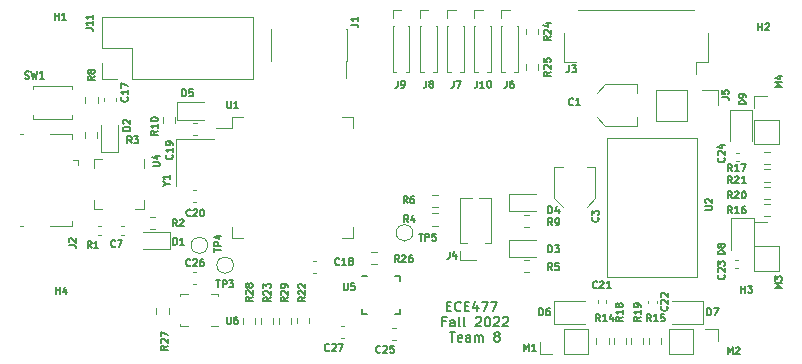
<source format=gbr>
G04 #@! TF.GenerationSoftware,KiCad,Pcbnew,(6.0.7)*
G04 #@! TF.CreationDate,2022-10-20T14:14:45-04:00*
G04 #@! TF.ProjectId,ECE477_PCB,45434534-3737-45f5-9043-422e6b696361,rev?*
G04 #@! TF.SameCoordinates,PX2daf690PY1aab7d8*
G04 #@! TF.FileFunction,Legend,Top*
G04 #@! TF.FilePolarity,Positive*
%FSLAX46Y46*%
G04 Gerber Fmt 4.6, Leading zero omitted, Abs format (unit mm)*
G04 Created by KiCad (PCBNEW (6.0.7)) date 2022-10-20 14:14:45*
%MOMM*%
%LPD*%
G01*
G04 APERTURE LIST*
%ADD10C,0.150000*%
%ADD11C,0.120000*%
G04 APERTURE END LIST*
D10*
X36176247Y-25401057D02*
X36442914Y-25401057D01*
X36557200Y-25820104D02*
X36176247Y-25820104D01*
X36176247Y-25020104D01*
X36557200Y-25020104D01*
X37357200Y-25743914D02*
X37319104Y-25782009D01*
X37204819Y-25820104D01*
X37128628Y-25820104D01*
X37014342Y-25782009D01*
X36938152Y-25705819D01*
X36900057Y-25629628D01*
X36861961Y-25477247D01*
X36861961Y-25362961D01*
X36900057Y-25210580D01*
X36938152Y-25134390D01*
X37014342Y-25058200D01*
X37128628Y-25020104D01*
X37204819Y-25020104D01*
X37319104Y-25058200D01*
X37357200Y-25096295D01*
X37700057Y-25401057D02*
X37966723Y-25401057D01*
X38081009Y-25820104D02*
X37700057Y-25820104D01*
X37700057Y-25020104D01*
X38081009Y-25020104D01*
X38766723Y-25286771D02*
X38766723Y-25820104D01*
X38576247Y-24982009D02*
X38385771Y-25553438D01*
X38881009Y-25553438D01*
X39109580Y-25020104D02*
X39642914Y-25020104D01*
X39300057Y-25820104D01*
X39871485Y-25020104D02*
X40404819Y-25020104D01*
X40061961Y-25820104D01*
X36061961Y-26689057D02*
X35795295Y-26689057D01*
X35795295Y-27108104D02*
X35795295Y-26308104D01*
X36176247Y-26308104D01*
X36823866Y-27108104D02*
X36823866Y-26689057D01*
X36785771Y-26612866D01*
X36709580Y-26574771D01*
X36557200Y-26574771D01*
X36481009Y-26612866D01*
X36823866Y-27070009D02*
X36747676Y-27108104D01*
X36557200Y-27108104D01*
X36481009Y-27070009D01*
X36442914Y-26993819D01*
X36442914Y-26917628D01*
X36481009Y-26841438D01*
X36557200Y-26803342D01*
X36747676Y-26803342D01*
X36823866Y-26765247D01*
X37319104Y-27108104D02*
X37242914Y-27070009D01*
X37204819Y-26993819D01*
X37204819Y-26308104D01*
X37738152Y-27108104D02*
X37661961Y-27070009D01*
X37623866Y-26993819D01*
X37623866Y-26308104D01*
X38614342Y-26384295D02*
X38652438Y-26346200D01*
X38728628Y-26308104D01*
X38919104Y-26308104D01*
X38995295Y-26346200D01*
X39033390Y-26384295D01*
X39071485Y-26460485D01*
X39071485Y-26536676D01*
X39033390Y-26650961D01*
X38576247Y-27108104D01*
X39071485Y-27108104D01*
X39566723Y-26308104D02*
X39642914Y-26308104D01*
X39719104Y-26346200D01*
X39757200Y-26384295D01*
X39795295Y-26460485D01*
X39833390Y-26612866D01*
X39833390Y-26803342D01*
X39795295Y-26955723D01*
X39757200Y-27031914D01*
X39719104Y-27070009D01*
X39642914Y-27108104D01*
X39566723Y-27108104D01*
X39490533Y-27070009D01*
X39452438Y-27031914D01*
X39414342Y-26955723D01*
X39376247Y-26803342D01*
X39376247Y-26612866D01*
X39414342Y-26460485D01*
X39452438Y-26384295D01*
X39490533Y-26346200D01*
X39566723Y-26308104D01*
X40138152Y-26384295D02*
X40176247Y-26346200D01*
X40252438Y-26308104D01*
X40442914Y-26308104D01*
X40519104Y-26346200D01*
X40557200Y-26384295D01*
X40595295Y-26460485D01*
X40595295Y-26536676D01*
X40557200Y-26650961D01*
X40100057Y-27108104D01*
X40595295Y-27108104D01*
X40900057Y-26384295D02*
X40938152Y-26346200D01*
X41014342Y-26308104D01*
X41204819Y-26308104D01*
X41281009Y-26346200D01*
X41319104Y-26384295D01*
X41357200Y-26460485D01*
X41357200Y-26536676D01*
X41319104Y-26650961D01*
X40861961Y-27108104D01*
X41357200Y-27108104D01*
X36404819Y-27596104D02*
X36861961Y-27596104D01*
X36633390Y-28396104D02*
X36633390Y-27596104D01*
X37433390Y-28358009D02*
X37357200Y-28396104D01*
X37204819Y-28396104D01*
X37128628Y-28358009D01*
X37090533Y-28281819D01*
X37090533Y-27977057D01*
X37128628Y-27900866D01*
X37204819Y-27862771D01*
X37357200Y-27862771D01*
X37433390Y-27900866D01*
X37471485Y-27977057D01*
X37471485Y-28053247D01*
X37090533Y-28129438D01*
X38157200Y-28396104D02*
X38157200Y-27977057D01*
X38119104Y-27900866D01*
X38042914Y-27862771D01*
X37890533Y-27862771D01*
X37814342Y-27900866D01*
X38157200Y-28358009D02*
X38081009Y-28396104D01*
X37890533Y-28396104D01*
X37814342Y-28358009D01*
X37776247Y-28281819D01*
X37776247Y-28205628D01*
X37814342Y-28129438D01*
X37890533Y-28091342D01*
X38081009Y-28091342D01*
X38157200Y-28053247D01*
X38538152Y-28396104D02*
X38538152Y-27862771D01*
X38538152Y-27938961D02*
X38576247Y-27900866D01*
X38652438Y-27862771D01*
X38766723Y-27862771D01*
X38842914Y-27900866D01*
X38881009Y-27977057D01*
X38881009Y-28396104D01*
X38881009Y-27977057D02*
X38919104Y-27900866D01*
X38995295Y-27862771D01*
X39109580Y-27862771D01*
X39185771Y-27900866D01*
X39223866Y-27977057D01*
X39223866Y-28396104D01*
X40328628Y-27938961D02*
X40252438Y-27900866D01*
X40214342Y-27862771D01*
X40176247Y-27786580D01*
X40176247Y-27748485D01*
X40214342Y-27672295D01*
X40252438Y-27634200D01*
X40328628Y-27596104D01*
X40481009Y-27596104D01*
X40557200Y-27634200D01*
X40595295Y-27672295D01*
X40633390Y-27748485D01*
X40633390Y-27786580D01*
X40595295Y-27862771D01*
X40557200Y-27900866D01*
X40481009Y-27938961D01*
X40328628Y-27938961D01*
X40252438Y-27977057D01*
X40214342Y-28015152D01*
X40176247Y-28091342D01*
X40176247Y-28243723D01*
X40214342Y-28319914D01*
X40252438Y-28358009D01*
X40328628Y-28396104D01*
X40481009Y-28396104D01*
X40557200Y-28358009D01*
X40595295Y-28319914D01*
X40633390Y-28243723D01*
X40633390Y-28091342D01*
X40595295Y-28015152D01*
X40557200Y-27977057D01*
X40481009Y-27938961D01*
X11262628Y-13537142D02*
X11748342Y-13537142D01*
X11805485Y-13508571D01*
X11834057Y-13480000D01*
X11862628Y-13422857D01*
X11862628Y-13308571D01*
X11834057Y-13251428D01*
X11805485Y-13222857D01*
X11748342Y-13194285D01*
X11262628Y-13194285D01*
X11462628Y-12651428D02*
X11862628Y-12651428D01*
X11234057Y-12794285D02*
X11662628Y-12937142D01*
X11662628Y-12565714D01*
X58060428Y-17231142D02*
X58546142Y-17231142D01*
X58603285Y-17202571D01*
X58631857Y-17174000D01*
X58660428Y-17116857D01*
X58660428Y-17002571D01*
X58631857Y-16945428D01*
X58603285Y-16916857D01*
X58546142Y-16888285D01*
X58060428Y-16888285D01*
X58117571Y-16631142D02*
X58089000Y-16602571D01*
X58060428Y-16545428D01*
X58060428Y-16402571D01*
X58089000Y-16345428D01*
X58117571Y-16316857D01*
X58174714Y-16288285D01*
X58231857Y-16288285D01*
X58317571Y-16316857D01*
X58660428Y-16659714D01*
X58660428Y-16288285D01*
X27432057Y-23420428D02*
X27432057Y-23906142D01*
X27460628Y-23963285D01*
X27489200Y-23991857D01*
X27546342Y-24020428D01*
X27660628Y-24020428D01*
X27717771Y-23991857D01*
X27746342Y-23963285D01*
X27774914Y-23906142D01*
X27774914Y-23420428D01*
X28346342Y-23420428D02*
X28060628Y-23420428D01*
X28032057Y-23706142D01*
X28060628Y-23677571D01*
X28117771Y-23649000D01*
X28260628Y-23649000D01*
X28317771Y-23677571D01*
X28346342Y-23706142D01*
X28374914Y-23763285D01*
X28374914Y-23906142D01*
X28346342Y-23963285D01*
X28317771Y-23991857D01*
X28260628Y-24020428D01*
X28117771Y-24020428D01*
X28060628Y-23991857D01*
X28032057Y-23963285D01*
X17542857Y-26271428D02*
X17542857Y-26757142D01*
X17571428Y-26814285D01*
X17600000Y-26842857D01*
X17657142Y-26871428D01*
X17771428Y-26871428D01*
X17828571Y-26842857D01*
X17857142Y-26814285D01*
X17885714Y-26757142D01*
X17885714Y-26271428D01*
X18428571Y-26271428D02*
X18314285Y-26271428D01*
X18257142Y-26300000D01*
X18228571Y-26328571D01*
X18171428Y-26414285D01*
X18142857Y-26528571D01*
X18142857Y-26757142D01*
X18171428Y-26814285D01*
X18200000Y-26842857D01*
X18257142Y-26871428D01*
X18371428Y-26871428D01*
X18428571Y-26842857D01*
X18457142Y-26814285D01*
X18485714Y-26757142D01*
X18485714Y-26614285D01*
X18457142Y-26557142D01*
X18428571Y-26528571D01*
X18371428Y-26500000D01*
X18257142Y-26500000D01*
X18200000Y-26528571D01*
X18171428Y-26557142D01*
X18142857Y-26614285D01*
X49144285Y-26687428D02*
X48944285Y-26401714D01*
X48801428Y-26687428D02*
X48801428Y-26087428D01*
X49030000Y-26087428D01*
X49087142Y-26116000D01*
X49115714Y-26144571D01*
X49144285Y-26201714D01*
X49144285Y-26287428D01*
X49115714Y-26344571D01*
X49087142Y-26373142D01*
X49030000Y-26401714D01*
X48801428Y-26401714D01*
X49715714Y-26687428D02*
X49372857Y-26687428D01*
X49544285Y-26687428D02*
X49544285Y-26087428D01*
X49487142Y-26173142D01*
X49430000Y-26230285D01*
X49372857Y-26258857D01*
X50230000Y-26287428D02*
X50230000Y-26687428D01*
X50087142Y-26058857D02*
X49944285Y-26487428D01*
X50315714Y-26487428D01*
X51071428Y-26293714D02*
X50785714Y-26493714D01*
X51071428Y-26636571D02*
X50471428Y-26636571D01*
X50471428Y-26408000D01*
X50500000Y-26350857D01*
X50528571Y-26322285D01*
X50585714Y-26293714D01*
X50671428Y-26293714D01*
X50728571Y-26322285D01*
X50757142Y-26350857D01*
X50785714Y-26408000D01*
X50785714Y-26636571D01*
X51071428Y-25722285D02*
X51071428Y-26065142D01*
X51071428Y-25893714D02*
X50471428Y-25893714D01*
X50557142Y-25950857D01*
X50614285Y-26008000D01*
X50642857Y-26065142D01*
X50728571Y-25379428D02*
X50700000Y-25436571D01*
X50671428Y-25465142D01*
X50614285Y-25493714D01*
X50585714Y-25493714D01*
X50528571Y-25465142D01*
X50500000Y-25436571D01*
X50471428Y-25379428D01*
X50471428Y-25265142D01*
X50500000Y-25208000D01*
X50528571Y-25179428D01*
X50585714Y-25150857D01*
X50614285Y-25150857D01*
X50671428Y-25179428D01*
X50700000Y-25208000D01*
X50728571Y-25265142D01*
X50728571Y-25379428D01*
X50757142Y-25436571D01*
X50785714Y-25465142D01*
X50842857Y-25493714D01*
X50957142Y-25493714D01*
X51014285Y-25465142D01*
X51042857Y-25436571D01*
X51071428Y-25379428D01*
X51071428Y-25265142D01*
X51042857Y-25208000D01*
X51014285Y-25179428D01*
X50957142Y-25150857D01*
X50842857Y-25150857D01*
X50785714Y-25179428D01*
X50757142Y-25208000D01*
X50728571Y-25265142D01*
X42694285Y-29227428D02*
X42694285Y-28627428D01*
X42894285Y-29056000D01*
X43094285Y-28627428D01*
X43094285Y-29227428D01*
X43694285Y-29227428D02*
X43351428Y-29227428D01*
X43522857Y-29227428D02*
X43522857Y-28627428D01*
X43465714Y-28713142D01*
X43408571Y-28770285D01*
X43351428Y-28798857D01*
X61485428Y-8316857D02*
X60885428Y-8316857D01*
X60885428Y-8174000D01*
X60914000Y-8088285D01*
X60971142Y-8031142D01*
X61028285Y-8002571D01*
X61142571Y-7974000D01*
X61228285Y-7974000D01*
X61342571Y-8002571D01*
X61399714Y-8031142D01*
X61456857Y-8088285D01*
X61485428Y-8174000D01*
X61485428Y-8316857D01*
X61485428Y-7688285D02*
X61485428Y-7574000D01*
X61456857Y-7516857D01*
X61428285Y-7488285D01*
X61342571Y-7431142D01*
X61228285Y-7402571D01*
X60999714Y-7402571D01*
X60942571Y-7431142D01*
X60914000Y-7459714D01*
X60885428Y-7516857D01*
X60885428Y-7631142D01*
X60914000Y-7688285D01*
X60942571Y-7716857D01*
X60999714Y-7745428D01*
X61142571Y-7745428D01*
X61199714Y-7716857D01*
X61228285Y-7688285D01*
X61256857Y-7631142D01*
X61256857Y-7516857D01*
X61228285Y-7459714D01*
X61199714Y-7431142D01*
X61142571Y-7402571D01*
X60320285Y-13987428D02*
X60120285Y-13701714D01*
X59977428Y-13987428D02*
X59977428Y-13387428D01*
X60206000Y-13387428D01*
X60263142Y-13416000D01*
X60291714Y-13444571D01*
X60320285Y-13501714D01*
X60320285Y-13587428D01*
X60291714Y-13644571D01*
X60263142Y-13673142D01*
X60206000Y-13701714D01*
X59977428Y-13701714D01*
X60891714Y-13987428D02*
X60548857Y-13987428D01*
X60720285Y-13987428D02*
X60720285Y-13387428D01*
X60663142Y-13473142D01*
X60606000Y-13530285D01*
X60548857Y-13558857D01*
X61091714Y-13387428D02*
X61491714Y-13387428D01*
X61234571Y-13987428D01*
X60320285Y-15003428D02*
X60120285Y-14717714D01*
X59977428Y-15003428D02*
X59977428Y-14403428D01*
X60206000Y-14403428D01*
X60263142Y-14432000D01*
X60291714Y-14460571D01*
X60320285Y-14517714D01*
X60320285Y-14603428D01*
X60291714Y-14660571D01*
X60263142Y-14689142D01*
X60206000Y-14717714D01*
X59977428Y-14717714D01*
X60548857Y-14460571D02*
X60577428Y-14432000D01*
X60634571Y-14403428D01*
X60777428Y-14403428D01*
X60834571Y-14432000D01*
X60863142Y-14460571D01*
X60891714Y-14517714D01*
X60891714Y-14574857D01*
X60863142Y-14660571D01*
X60520285Y-15003428D01*
X60891714Y-15003428D01*
X61463142Y-15003428D02*
X61120285Y-15003428D01*
X61291714Y-15003428D02*
X61291714Y-14403428D01*
X61234571Y-14489142D01*
X61177428Y-14546285D01*
X61120285Y-14574857D01*
X58231142Y-26179428D02*
X58231142Y-25579428D01*
X58374000Y-25579428D01*
X58459714Y-25608000D01*
X58516857Y-25665142D01*
X58545428Y-25722285D01*
X58574000Y-25836571D01*
X58574000Y-25922285D01*
X58545428Y-26036571D01*
X58516857Y-26093714D01*
X58459714Y-26150857D01*
X58374000Y-26179428D01*
X58231142Y-26179428D01*
X58774000Y-25579428D02*
X59174000Y-25579428D01*
X58916857Y-26179428D01*
X53462285Y-26687428D02*
X53262285Y-26401714D01*
X53119428Y-26687428D02*
X53119428Y-26087428D01*
X53348000Y-26087428D01*
X53405142Y-26116000D01*
X53433714Y-26144571D01*
X53462285Y-26201714D01*
X53462285Y-26287428D01*
X53433714Y-26344571D01*
X53405142Y-26373142D01*
X53348000Y-26401714D01*
X53119428Y-26401714D01*
X54033714Y-26687428D02*
X53690857Y-26687428D01*
X53862285Y-26687428D02*
X53862285Y-26087428D01*
X53805142Y-26173142D01*
X53748000Y-26230285D01*
X53690857Y-26258857D01*
X54576571Y-26087428D02*
X54290857Y-26087428D01*
X54262285Y-26373142D01*
X54290857Y-26344571D01*
X54348000Y-26316000D01*
X54490857Y-26316000D01*
X54548000Y-26344571D01*
X54576571Y-26373142D01*
X54605142Y-26430285D01*
X54605142Y-26573142D01*
X54576571Y-26630285D01*
X54548000Y-26658857D01*
X54490857Y-26687428D01*
X54348000Y-26687428D01*
X54290857Y-26658857D01*
X54262285Y-26630285D01*
X52595428Y-26293714D02*
X52309714Y-26493714D01*
X52595428Y-26636571D02*
X51995428Y-26636571D01*
X51995428Y-26408000D01*
X52024000Y-26350857D01*
X52052571Y-26322285D01*
X52109714Y-26293714D01*
X52195428Y-26293714D01*
X52252571Y-26322285D01*
X52281142Y-26350857D01*
X52309714Y-26408000D01*
X52309714Y-26636571D01*
X52595428Y-25722285D02*
X52595428Y-26065142D01*
X52595428Y-25893714D02*
X51995428Y-25893714D01*
X52081142Y-25950857D01*
X52138285Y-26008000D01*
X52166857Y-26065142D01*
X52595428Y-25436571D02*
X52595428Y-25322285D01*
X52566857Y-25265142D01*
X52538285Y-25236571D01*
X52452571Y-25179428D01*
X52338285Y-25150857D01*
X52109714Y-25150857D01*
X52052571Y-25179428D01*
X52024000Y-25208000D01*
X51995428Y-25265142D01*
X51995428Y-25379428D01*
X52024000Y-25436571D01*
X52052571Y-25465142D01*
X52109714Y-25493714D01*
X52252571Y-25493714D01*
X52309714Y-25465142D01*
X52338285Y-25436571D01*
X52366857Y-25379428D01*
X52366857Y-25265142D01*
X52338285Y-25208000D01*
X52309714Y-25179428D01*
X52252571Y-25150857D01*
X59966285Y-29481428D02*
X59966285Y-28881428D01*
X60166285Y-29310000D01*
X60366285Y-28881428D01*
X60366285Y-29481428D01*
X60623428Y-28938571D02*
X60652000Y-28910000D01*
X60709142Y-28881428D01*
X60852000Y-28881428D01*
X60909142Y-28910000D01*
X60937714Y-28938571D01*
X60966285Y-28995714D01*
X60966285Y-29052857D01*
X60937714Y-29138571D01*
X60594857Y-29481428D01*
X60966285Y-29481428D01*
X60320285Y-16273428D02*
X60120285Y-15987714D01*
X59977428Y-16273428D02*
X59977428Y-15673428D01*
X60206000Y-15673428D01*
X60263142Y-15702000D01*
X60291714Y-15730571D01*
X60320285Y-15787714D01*
X60320285Y-15873428D01*
X60291714Y-15930571D01*
X60263142Y-15959142D01*
X60206000Y-15987714D01*
X59977428Y-15987714D01*
X60548857Y-15730571D02*
X60577428Y-15702000D01*
X60634571Y-15673428D01*
X60777428Y-15673428D01*
X60834571Y-15702000D01*
X60863142Y-15730571D01*
X60891714Y-15787714D01*
X60891714Y-15844857D01*
X60863142Y-15930571D01*
X60520285Y-16273428D01*
X60891714Y-16273428D01*
X61263142Y-15673428D02*
X61320285Y-15673428D01*
X61377428Y-15702000D01*
X61406000Y-15730571D01*
X61434571Y-15787714D01*
X61463142Y-15902000D01*
X61463142Y-16044857D01*
X61434571Y-16159142D01*
X61406000Y-16216285D01*
X61377428Y-16244857D01*
X61320285Y-16273428D01*
X61263142Y-16273428D01*
X61206000Y-16244857D01*
X61177428Y-16216285D01*
X61148857Y-16159142D01*
X61120285Y-16044857D01*
X61120285Y-15902000D01*
X61148857Y-15787714D01*
X61177428Y-15730571D01*
X61206000Y-15702000D01*
X61263142Y-15673428D01*
X59707428Y-21016857D02*
X59107428Y-21016857D01*
X59107428Y-20874000D01*
X59136000Y-20788285D01*
X59193142Y-20731142D01*
X59250285Y-20702571D01*
X59364571Y-20674000D01*
X59450285Y-20674000D01*
X59564571Y-20702571D01*
X59621714Y-20731142D01*
X59678857Y-20788285D01*
X59707428Y-20874000D01*
X59707428Y-21016857D01*
X59364571Y-20331142D02*
X59336000Y-20388285D01*
X59307428Y-20416857D01*
X59250285Y-20445428D01*
X59221714Y-20445428D01*
X59164571Y-20416857D01*
X59136000Y-20388285D01*
X59107428Y-20331142D01*
X59107428Y-20216857D01*
X59136000Y-20159714D01*
X59164571Y-20131142D01*
X59221714Y-20102571D01*
X59250285Y-20102571D01*
X59307428Y-20131142D01*
X59336000Y-20159714D01*
X59364571Y-20216857D01*
X59364571Y-20331142D01*
X59393142Y-20388285D01*
X59421714Y-20416857D01*
X59478857Y-20445428D01*
X59593142Y-20445428D01*
X59650285Y-20416857D01*
X59678857Y-20388285D01*
X59707428Y-20331142D01*
X59707428Y-20216857D01*
X59678857Y-20159714D01*
X59650285Y-20131142D01*
X59593142Y-20102571D01*
X59478857Y-20102571D01*
X59421714Y-20131142D01*
X59393142Y-20159714D01*
X59364571Y-20216857D01*
X60320285Y-17543428D02*
X60120285Y-17257714D01*
X59977428Y-17543428D02*
X59977428Y-16943428D01*
X60206000Y-16943428D01*
X60263142Y-16972000D01*
X60291714Y-17000571D01*
X60320285Y-17057714D01*
X60320285Y-17143428D01*
X60291714Y-17200571D01*
X60263142Y-17229142D01*
X60206000Y-17257714D01*
X59977428Y-17257714D01*
X60891714Y-17543428D02*
X60548857Y-17543428D01*
X60720285Y-17543428D02*
X60720285Y-16943428D01*
X60663142Y-17029142D01*
X60606000Y-17086285D01*
X60548857Y-17114857D01*
X61406000Y-16943428D02*
X61291714Y-16943428D01*
X61234571Y-16972000D01*
X61206000Y-17000571D01*
X61148857Y-17086285D01*
X61120285Y-17200571D01*
X61120285Y-17429142D01*
X61148857Y-17486285D01*
X61177428Y-17514857D01*
X61234571Y-17543428D01*
X61348857Y-17543428D01*
X61406000Y-17514857D01*
X61434571Y-17486285D01*
X61463142Y-17429142D01*
X61463142Y-17286285D01*
X61434571Y-17229142D01*
X61406000Y-17200571D01*
X61348857Y-17172000D01*
X61234571Y-17172000D01*
X61177428Y-17200571D01*
X61148857Y-17229142D01*
X61120285Y-17286285D01*
X64533428Y-23853714D02*
X63933428Y-23853714D01*
X64362000Y-23653714D01*
X63933428Y-23453714D01*
X64533428Y-23453714D01*
X63933428Y-23225142D02*
X63933428Y-22853714D01*
X64162000Y-23053714D01*
X64162000Y-22968000D01*
X64190571Y-22910857D01*
X64219142Y-22882285D01*
X64276285Y-22853714D01*
X64419142Y-22853714D01*
X64476285Y-22882285D01*
X64504857Y-22910857D01*
X64533428Y-22968000D01*
X64533428Y-23139428D01*
X64504857Y-23196571D01*
X64476285Y-23225142D01*
X64577428Y-6835714D02*
X63977428Y-6835714D01*
X64406000Y-6635714D01*
X63977428Y-6435714D01*
X64577428Y-6435714D01*
X64177428Y-5892857D02*
X64577428Y-5892857D01*
X63948857Y-6035714D02*
X64377428Y-6178571D01*
X64377428Y-5807142D01*
X32914800Y-18290828D02*
X32714800Y-18005114D01*
X32571942Y-18290828D02*
X32571942Y-17690828D01*
X32800514Y-17690828D01*
X32857657Y-17719400D01*
X32886228Y-17747971D01*
X32914800Y-17805114D01*
X32914800Y-17890828D01*
X32886228Y-17947971D01*
X32857657Y-17976542D01*
X32800514Y-18005114D01*
X32571942Y-18005114D01*
X33429085Y-17890828D02*
X33429085Y-18290828D01*
X33286228Y-17662257D02*
X33143371Y-18090828D01*
X33514800Y-18090828D01*
X44007142Y-26179428D02*
X44007142Y-25579428D01*
X44150000Y-25579428D01*
X44235714Y-25608000D01*
X44292857Y-25665142D01*
X44321428Y-25722285D01*
X44350000Y-25836571D01*
X44350000Y-25922285D01*
X44321428Y-26036571D01*
X44292857Y-26093714D01*
X44235714Y-26150857D01*
X44150000Y-26179428D01*
X44007142Y-26179428D01*
X44864285Y-25579428D02*
X44750000Y-25579428D01*
X44692857Y-25608000D01*
X44664285Y-25636571D01*
X44607142Y-25722285D01*
X44578571Y-25836571D01*
X44578571Y-26065142D01*
X44607142Y-26122285D01*
X44635714Y-26150857D01*
X44692857Y-26179428D01*
X44807142Y-26179428D01*
X44864285Y-26150857D01*
X44892857Y-26122285D01*
X44921428Y-26065142D01*
X44921428Y-25922285D01*
X44892857Y-25865142D01*
X44864285Y-25836571D01*
X44807142Y-25808000D01*
X44692857Y-25808000D01*
X44635714Y-25836571D01*
X44607142Y-25865142D01*
X44578571Y-25922285D01*
X36401400Y-20778828D02*
X36401400Y-21207400D01*
X36372828Y-21293114D01*
X36315685Y-21350257D01*
X36229971Y-21378828D01*
X36172828Y-21378828D01*
X36944257Y-20978828D02*
X36944257Y-21378828D01*
X36801400Y-20750257D02*
X36658542Y-21178828D01*
X37029971Y-21178828D01*
X48890285Y-23836285D02*
X48861714Y-23864857D01*
X48776000Y-23893428D01*
X48718857Y-23893428D01*
X48633142Y-23864857D01*
X48576000Y-23807714D01*
X48547428Y-23750571D01*
X48518857Y-23636285D01*
X48518857Y-23550571D01*
X48547428Y-23436285D01*
X48576000Y-23379142D01*
X48633142Y-23322000D01*
X48718857Y-23293428D01*
X48776000Y-23293428D01*
X48861714Y-23322000D01*
X48890285Y-23350571D01*
X49118857Y-23350571D02*
X49147428Y-23322000D01*
X49204571Y-23293428D01*
X49347428Y-23293428D01*
X49404571Y-23322000D01*
X49433142Y-23350571D01*
X49461714Y-23407714D01*
X49461714Y-23464857D01*
X49433142Y-23550571D01*
X49090285Y-23893428D01*
X49461714Y-23893428D01*
X50033142Y-23893428D02*
X49690285Y-23893428D01*
X49861714Y-23893428D02*
X49861714Y-23293428D01*
X49804571Y-23379142D01*
X49747428Y-23436285D01*
X49690285Y-23464857D01*
X54824285Y-25408412D02*
X54852857Y-25436983D01*
X54881428Y-25522698D01*
X54881428Y-25579840D01*
X54852857Y-25665555D01*
X54795714Y-25722698D01*
X54738571Y-25751269D01*
X54624285Y-25779840D01*
X54538571Y-25779840D01*
X54424285Y-25751269D01*
X54367142Y-25722698D01*
X54310000Y-25665555D01*
X54281428Y-25579840D01*
X54281428Y-25522698D01*
X54310000Y-25436983D01*
X54338571Y-25408412D01*
X54338571Y-25179840D02*
X54310000Y-25151269D01*
X54281428Y-25094126D01*
X54281428Y-24951269D01*
X54310000Y-24894126D01*
X54338571Y-24865555D01*
X54395714Y-24836983D01*
X54452857Y-24836983D01*
X54538571Y-24865555D01*
X54881428Y-25208412D01*
X54881428Y-24836983D01*
X54338571Y-24608412D02*
X54310000Y-24579840D01*
X54281428Y-24522698D01*
X54281428Y-24379840D01*
X54310000Y-24322698D01*
X54338571Y-24294126D01*
X54395714Y-24265555D01*
X54452857Y-24265555D01*
X54538571Y-24294126D01*
X54881428Y-24636983D01*
X54881428Y-24265555D01*
X59650285Y-12831714D02*
X59678857Y-12860285D01*
X59707428Y-12946000D01*
X59707428Y-13003142D01*
X59678857Y-13088857D01*
X59621714Y-13146000D01*
X59564571Y-13174571D01*
X59450285Y-13203142D01*
X59364571Y-13203142D01*
X59250285Y-13174571D01*
X59193142Y-13146000D01*
X59136000Y-13088857D01*
X59107428Y-13003142D01*
X59107428Y-12946000D01*
X59136000Y-12860285D01*
X59164571Y-12831714D01*
X59164571Y-12603142D02*
X59136000Y-12574571D01*
X59107428Y-12517428D01*
X59107428Y-12374571D01*
X59136000Y-12317428D01*
X59164571Y-12288857D01*
X59221714Y-12260285D01*
X59278857Y-12260285D01*
X59364571Y-12288857D01*
X59707428Y-12631714D01*
X59707428Y-12260285D01*
X59307428Y-11746000D02*
X59707428Y-11746000D01*
X59078857Y-11888857D02*
X59507428Y-12031714D01*
X59507428Y-11660285D01*
X59650285Y-22737714D02*
X59678857Y-22766285D01*
X59707428Y-22852000D01*
X59707428Y-22909142D01*
X59678857Y-22994857D01*
X59621714Y-23052000D01*
X59564571Y-23080571D01*
X59450285Y-23109142D01*
X59364571Y-23109142D01*
X59250285Y-23080571D01*
X59193142Y-23052000D01*
X59136000Y-22994857D01*
X59107428Y-22909142D01*
X59107428Y-22852000D01*
X59136000Y-22766285D01*
X59164571Y-22737714D01*
X59164571Y-22509142D02*
X59136000Y-22480571D01*
X59107428Y-22423428D01*
X59107428Y-22280571D01*
X59136000Y-22223428D01*
X59164571Y-22194857D01*
X59221714Y-22166285D01*
X59278857Y-22166285D01*
X59364571Y-22194857D01*
X59707428Y-22537714D01*
X59707428Y-22166285D01*
X59107428Y-21966285D02*
X59107428Y-21594857D01*
X59336000Y-21794857D01*
X59336000Y-21709142D01*
X59364571Y-21652000D01*
X59393142Y-21623428D01*
X59450285Y-21594857D01*
X59593142Y-21594857D01*
X59650285Y-21623428D01*
X59678857Y-21652000D01*
X59707428Y-21709142D01*
X59707428Y-21880571D01*
X59678857Y-21937714D01*
X59650285Y-21966285D01*
X46890000Y-8342285D02*
X46861428Y-8370857D01*
X46775714Y-8399428D01*
X46718571Y-8399428D01*
X46632857Y-8370857D01*
X46575714Y-8313714D01*
X46547142Y-8256571D01*
X46518571Y-8142285D01*
X46518571Y-8056571D01*
X46547142Y-7942285D01*
X46575714Y-7885142D01*
X46632857Y-7828000D01*
X46718571Y-7799428D01*
X46775714Y-7799428D01*
X46861428Y-7828000D01*
X46890000Y-7856571D01*
X47461428Y-8399428D02*
X47118571Y-8399428D01*
X47290000Y-8399428D02*
X47290000Y-7799428D01*
X47232857Y-7885142D01*
X47175714Y-7942285D01*
X47118571Y-7970857D01*
X46510600Y-5005428D02*
X46510600Y-5434000D01*
X46482028Y-5519714D01*
X46424885Y-5576857D01*
X46339171Y-5605428D01*
X46282028Y-5605428D01*
X46739171Y-5005428D02*
X47110600Y-5005428D01*
X46910600Y-5234000D01*
X46996314Y-5234000D01*
X47053457Y-5262571D01*
X47082028Y-5291142D01*
X47110600Y-5348285D01*
X47110600Y-5491142D01*
X47082028Y-5548285D01*
X47053457Y-5576857D01*
X46996314Y-5605428D01*
X46824885Y-5605428D01*
X46767742Y-5576857D01*
X46739171Y-5548285D01*
X28068628Y-1546200D02*
X28497200Y-1546200D01*
X28582914Y-1574771D01*
X28640057Y-1631914D01*
X28668628Y-1717628D01*
X28668628Y-1774771D01*
X28668628Y-946200D02*
X28668628Y-1289057D01*
X28668628Y-1117628D02*
X28068628Y-1117628D01*
X28154342Y-1174771D01*
X28211485Y-1231914D01*
X28240057Y-1289057D01*
X8100000Y-20329185D02*
X8071428Y-20357757D01*
X7985714Y-20386328D01*
X7928571Y-20386328D01*
X7842857Y-20357757D01*
X7785714Y-20300614D01*
X7757142Y-20243471D01*
X7728571Y-20129185D01*
X7728571Y-20043471D01*
X7757142Y-19929185D01*
X7785714Y-19872042D01*
X7842857Y-19814900D01*
X7928571Y-19786328D01*
X7985714Y-19786328D01*
X8071428Y-19814900D01*
X8100000Y-19843471D01*
X8300000Y-19786328D02*
X8700000Y-19786328D01*
X8442857Y-20386328D01*
X12431714Y-15017714D02*
X12717428Y-15017714D01*
X12117428Y-15217714D02*
X12431714Y-15017714D01*
X12117428Y-14817714D01*
X12717428Y-14303428D02*
X12717428Y-14646285D01*
X12717428Y-14474857D02*
X12117428Y-14474857D01*
X12203142Y-14532000D01*
X12260285Y-14589142D01*
X12288857Y-14646285D01*
X6090000Y-20461728D02*
X5890000Y-20176014D01*
X5747142Y-20461728D02*
X5747142Y-19861728D01*
X5975714Y-19861728D01*
X6032857Y-19890300D01*
X6061428Y-19918871D01*
X6090000Y-19976014D01*
X6090000Y-20061728D01*
X6061428Y-20118871D01*
X6032857Y-20147442D01*
X5975714Y-20176014D01*
X5747142Y-20176014D01*
X6661428Y-20461728D02*
X6318571Y-20461728D01*
X6490000Y-20461728D02*
X6490000Y-19861728D01*
X6432857Y-19947442D01*
X6375714Y-20004585D01*
X6318571Y-20033157D01*
X450000Y-6092857D02*
X535714Y-6121428D01*
X678571Y-6121428D01*
X735714Y-6092857D01*
X764285Y-6064285D01*
X792857Y-6007142D01*
X792857Y-5950000D01*
X764285Y-5892857D01*
X735714Y-5864285D01*
X678571Y-5835714D01*
X564285Y-5807142D01*
X507142Y-5778571D01*
X478571Y-5750000D01*
X450000Y-5692857D01*
X450000Y-5635714D01*
X478571Y-5578571D01*
X507142Y-5550000D01*
X564285Y-5521428D01*
X707142Y-5521428D01*
X792857Y-5550000D01*
X992857Y-5521428D02*
X1135714Y-6121428D01*
X1250000Y-5692857D01*
X1364285Y-6121428D01*
X1507142Y-5521428D01*
X2050000Y-6121428D02*
X1707142Y-6121428D01*
X1878571Y-6121428D02*
X1878571Y-5521428D01*
X1821428Y-5607142D01*
X1764285Y-5664285D01*
X1707142Y-5692857D01*
X6361428Y-5930000D02*
X6075714Y-6130000D01*
X6361428Y-6272857D02*
X5761428Y-6272857D01*
X5761428Y-6044285D01*
X5790000Y-5987142D01*
X5818571Y-5958571D01*
X5875714Y-5930000D01*
X5961428Y-5930000D01*
X6018571Y-5958571D01*
X6047142Y-5987142D01*
X6075714Y-6044285D01*
X6075714Y-6272857D01*
X6018571Y-5587142D02*
X5990000Y-5644285D01*
X5961428Y-5672857D01*
X5904285Y-5701428D01*
X5875714Y-5701428D01*
X5818571Y-5672857D01*
X5790000Y-5644285D01*
X5761428Y-5587142D01*
X5761428Y-5472857D01*
X5790000Y-5415714D01*
X5818571Y-5387142D01*
X5875714Y-5358571D01*
X5904285Y-5358571D01*
X5961428Y-5387142D01*
X5990000Y-5415714D01*
X6018571Y-5472857D01*
X6018571Y-5587142D01*
X6047142Y-5644285D01*
X6075714Y-5672857D01*
X6132857Y-5701428D01*
X6247142Y-5701428D01*
X6304285Y-5672857D01*
X6332857Y-5644285D01*
X6361428Y-5587142D01*
X6361428Y-5472857D01*
X6332857Y-5415714D01*
X6304285Y-5387142D01*
X6247142Y-5358571D01*
X6132857Y-5358571D01*
X6075714Y-5387142D01*
X6047142Y-5415714D01*
X6018571Y-5472857D01*
X13330000Y-18631428D02*
X13130000Y-18345714D01*
X12987142Y-18631428D02*
X12987142Y-18031428D01*
X13215714Y-18031428D01*
X13272857Y-18060000D01*
X13301428Y-18088571D01*
X13330000Y-18145714D01*
X13330000Y-18231428D01*
X13301428Y-18288571D01*
X13272857Y-18317142D01*
X13215714Y-18345714D01*
X12987142Y-18345714D01*
X13558571Y-18088571D02*
X13587142Y-18060000D01*
X13644285Y-18031428D01*
X13787142Y-18031428D01*
X13844285Y-18060000D01*
X13872857Y-18088571D01*
X13901428Y-18145714D01*
X13901428Y-18202857D01*
X13872857Y-18288571D01*
X13530000Y-18631428D01*
X13901428Y-18631428D01*
X14474285Y-17724285D02*
X14445714Y-17752857D01*
X14360000Y-17781428D01*
X14302857Y-17781428D01*
X14217142Y-17752857D01*
X14160000Y-17695714D01*
X14131428Y-17638571D01*
X14102857Y-17524285D01*
X14102857Y-17438571D01*
X14131428Y-17324285D01*
X14160000Y-17267142D01*
X14217142Y-17210000D01*
X14302857Y-17181428D01*
X14360000Y-17181428D01*
X14445714Y-17210000D01*
X14474285Y-17238571D01*
X14702857Y-17238571D02*
X14731428Y-17210000D01*
X14788571Y-17181428D01*
X14931428Y-17181428D01*
X14988571Y-17210000D01*
X15017142Y-17238571D01*
X15045714Y-17295714D01*
X15045714Y-17352857D01*
X15017142Y-17438571D01*
X14674285Y-17781428D01*
X15045714Y-17781428D01*
X15417142Y-17181428D02*
X15474285Y-17181428D01*
X15531428Y-17210000D01*
X15560000Y-17238571D01*
X15588571Y-17295714D01*
X15617142Y-17410000D01*
X15617142Y-17552857D01*
X15588571Y-17667142D01*
X15560000Y-17724285D01*
X15531428Y-17752857D01*
X15474285Y-17781428D01*
X15417142Y-17781428D01*
X15360000Y-17752857D01*
X15331428Y-17724285D01*
X15302857Y-17667142D01*
X15274285Y-17552857D01*
X15274285Y-17410000D01*
X15302857Y-17295714D01*
X15331428Y-17238571D01*
X15360000Y-17210000D01*
X15417142Y-17181428D01*
X11701428Y-10545714D02*
X11415714Y-10745714D01*
X11701428Y-10888571D02*
X11101428Y-10888571D01*
X11101428Y-10660000D01*
X11130000Y-10602857D01*
X11158571Y-10574285D01*
X11215714Y-10545714D01*
X11301428Y-10545714D01*
X11358571Y-10574285D01*
X11387142Y-10602857D01*
X11415714Y-10660000D01*
X11415714Y-10888571D01*
X11701428Y-9974285D02*
X11701428Y-10317142D01*
X11701428Y-10145714D02*
X11101428Y-10145714D01*
X11187142Y-10202857D01*
X11244285Y-10260000D01*
X11272857Y-10317142D01*
X11101428Y-9602857D02*
X11101428Y-9545714D01*
X11130000Y-9488571D01*
X11158571Y-9460000D01*
X11215714Y-9431428D01*
X11330000Y-9402857D01*
X11472857Y-9402857D01*
X11587142Y-9431428D01*
X11644285Y-9460000D01*
X11672857Y-9488571D01*
X11701428Y-9545714D01*
X11701428Y-9602857D01*
X11672857Y-9660000D01*
X11644285Y-9688571D01*
X11587142Y-9717142D01*
X11472857Y-9745714D01*
X11330000Y-9745714D01*
X11215714Y-9717142D01*
X11158571Y-9688571D01*
X11130000Y-9660000D01*
X11101428Y-9602857D01*
X45112000Y-22338948D02*
X44912000Y-22053234D01*
X44769142Y-22338948D02*
X44769142Y-21738948D01*
X44997714Y-21738948D01*
X45054857Y-21767520D01*
X45083428Y-21796091D01*
X45112000Y-21853234D01*
X45112000Y-21938948D01*
X45083428Y-21996091D01*
X45054857Y-22024662D01*
X44997714Y-22053234D01*
X44769142Y-22053234D01*
X45654857Y-21738948D02*
X45369142Y-21738948D01*
X45340571Y-22024662D01*
X45369142Y-21996091D01*
X45426285Y-21967520D01*
X45569142Y-21967520D01*
X45626285Y-21996091D01*
X45654857Y-22024662D01*
X45683428Y-22081805D01*
X45683428Y-22224662D01*
X45654857Y-22281805D01*
X45626285Y-22310377D01*
X45569142Y-22338948D01*
X45426285Y-22338948D01*
X45369142Y-22310377D01*
X45340571Y-22281805D01*
X9339228Y-10526657D02*
X8739228Y-10526657D01*
X8739228Y-10383800D01*
X8767800Y-10298085D01*
X8824942Y-10240942D01*
X8882085Y-10212371D01*
X8996371Y-10183800D01*
X9082085Y-10183800D01*
X9196371Y-10212371D01*
X9253514Y-10240942D01*
X9310657Y-10298085D01*
X9339228Y-10383800D01*
X9339228Y-10526657D01*
X8796371Y-9955228D02*
X8767800Y-9926657D01*
X8739228Y-9869514D01*
X8739228Y-9726657D01*
X8767800Y-9669514D01*
X8796371Y-9640942D01*
X8853514Y-9612371D01*
X8910657Y-9612371D01*
X8996371Y-9640942D01*
X9339228Y-9983800D01*
X9339228Y-9612371D01*
X44769142Y-20845428D02*
X44769142Y-20245428D01*
X44912000Y-20245428D01*
X44997714Y-20274000D01*
X45054857Y-20331142D01*
X45083428Y-20388285D01*
X45112000Y-20502571D01*
X45112000Y-20588285D01*
X45083428Y-20702571D01*
X45054857Y-20759714D01*
X44997714Y-20816857D01*
X44912000Y-20845428D01*
X44769142Y-20845428D01*
X45312000Y-20245428D02*
X45683428Y-20245428D01*
X45483428Y-20474000D01*
X45569142Y-20474000D01*
X45626285Y-20502571D01*
X45654857Y-20531142D01*
X45683428Y-20588285D01*
X45683428Y-20731142D01*
X45654857Y-20788285D01*
X45626285Y-20816857D01*
X45569142Y-20845428D01*
X45397714Y-20845428D01*
X45340571Y-20816857D01*
X45312000Y-20788285D01*
X27071685Y-21855085D02*
X27043114Y-21883657D01*
X26957400Y-21912228D01*
X26900257Y-21912228D01*
X26814542Y-21883657D01*
X26757400Y-21826514D01*
X26728828Y-21769371D01*
X26700257Y-21655085D01*
X26700257Y-21569371D01*
X26728828Y-21455085D01*
X26757400Y-21397942D01*
X26814542Y-21340800D01*
X26900257Y-21312228D01*
X26957400Y-21312228D01*
X27043114Y-21340800D01*
X27071685Y-21369371D01*
X27643114Y-21912228D02*
X27300257Y-21912228D01*
X27471685Y-21912228D02*
X27471685Y-21312228D01*
X27414542Y-21397942D01*
X27357400Y-21455085D01*
X27300257Y-21483657D01*
X27985971Y-21569371D02*
X27928828Y-21540800D01*
X27900257Y-21512228D01*
X27871685Y-21455085D01*
X27871685Y-21426514D01*
X27900257Y-21369371D01*
X27928828Y-21340800D01*
X27985971Y-21312228D01*
X28100257Y-21312228D01*
X28157400Y-21340800D01*
X28185971Y-21369371D01*
X28214542Y-21426514D01*
X28214542Y-21455085D01*
X28185971Y-21512228D01*
X28157400Y-21540800D01*
X28100257Y-21569371D01*
X27985971Y-21569371D01*
X27928828Y-21597942D01*
X27900257Y-21626514D01*
X27871685Y-21683657D01*
X27871685Y-21797942D01*
X27900257Y-21855085D01*
X27928828Y-21883657D01*
X27985971Y-21912228D01*
X28100257Y-21912228D01*
X28157400Y-21883657D01*
X28185971Y-21855085D01*
X28214542Y-21797942D01*
X28214542Y-21683657D01*
X28185971Y-21626514D01*
X28157400Y-21597942D01*
X28100257Y-21569371D01*
X17576857Y-8053428D02*
X17576857Y-8539142D01*
X17605428Y-8596285D01*
X17634000Y-8624857D01*
X17691142Y-8653428D01*
X17805428Y-8653428D01*
X17862571Y-8624857D01*
X17891142Y-8596285D01*
X17919714Y-8539142D01*
X17919714Y-8053428D01*
X18519714Y-8653428D02*
X18176857Y-8653428D01*
X18348285Y-8653428D02*
X18348285Y-8053428D01*
X18291142Y-8139142D01*
X18234000Y-8196285D01*
X18176857Y-8224857D01*
X9475800Y-11599828D02*
X9275800Y-11314114D01*
X9132942Y-11599828D02*
X9132942Y-10999828D01*
X9361514Y-10999828D01*
X9418657Y-11028400D01*
X9447228Y-11056971D01*
X9475800Y-11114114D01*
X9475800Y-11199828D01*
X9447228Y-11256971D01*
X9418657Y-11285542D01*
X9361514Y-11314114D01*
X9132942Y-11314114D01*
X9675800Y-10999828D02*
X10047228Y-10999828D01*
X9847228Y-11228400D01*
X9932942Y-11228400D01*
X9990085Y-11256971D01*
X10018657Y-11285542D01*
X10047228Y-11342685D01*
X10047228Y-11485542D01*
X10018657Y-11542685D01*
X9990085Y-11571257D01*
X9932942Y-11599828D01*
X9761514Y-11599828D01*
X9704371Y-11571257D01*
X9675800Y-11542685D01*
X4161428Y-20240000D02*
X4590000Y-20240000D01*
X4675714Y-20268571D01*
X4732857Y-20325714D01*
X4761428Y-20411428D01*
X4761428Y-20468571D01*
X4218571Y-19982857D02*
X4190000Y-19954285D01*
X4161428Y-19897142D01*
X4161428Y-19754285D01*
X4190000Y-19697142D01*
X4218571Y-19668571D01*
X4275714Y-19640000D01*
X4332857Y-19640000D01*
X4418571Y-19668571D01*
X4761428Y-20011428D01*
X4761428Y-19640000D01*
X13019142Y-20191428D02*
X13019142Y-19591428D01*
X13162000Y-19591428D01*
X13247714Y-19620000D01*
X13304857Y-19677142D01*
X13333428Y-19734285D01*
X13362000Y-19848571D01*
X13362000Y-19934285D01*
X13333428Y-20048571D01*
X13304857Y-20105714D01*
X13247714Y-20162857D01*
X13162000Y-20191428D01*
X13019142Y-20191428D01*
X13933428Y-20191428D02*
X13590571Y-20191428D01*
X13762000Y-20191428D02*
X13762000Y-19591428D01*
X13704857Y-19677142D01*
X13647714Y-19734285D01*
X13590571Y-19762857D01*
X13781142Y-7637428D02*
X13781142Y-7037428D01*
X13924000Y-7037428D01*
X14009714Y-7066000D01*
X14066857Y-7123142D01*
X14095428Y-7180285D01*
X14124000Y-7294571D01*
X14124000Y-7380285D01*
X14095428Y-7494571D01*
X14066857Y-7551714D01*
X14009714Y-7608857D01*
X13924000Y-7637428D01*
X13781142Y-7637428D01*
X14666857Y-7037428D02*
X14381142Y-7037428D01*
X14352571Y-7323142D01*
X14381142Y-7294571D01*
X14438285Y-7266000D01*
X14581142Y-7266000D01*
X14638285Y-7294571D01*
X14666857Y-7323142D01*
X14695428Y-7380285D01*
X14695428Y-7523142D01*
X14666857Y-7580285D01*
X14638285Y-7608857D01*
X14581142Y-7637428D01*
X14438285Y-7637428D01*
X14381142Y-7608857D01*
X14352571Y-7580285D01*
X12914285Y-12577714D02*
X12942857Y-12606285D01*
X12971428Y-12692000D01*
X12971428Y-12749142D01*
X12942857Y-12834857D01*
X12885714Y-12892000D01*
X12828571Y-12920571D01*
X12714285Y-12949142D01*
X12628571Y-12949142D01*
X12514285Y-12920571D01*
X12457142Y-12892000D01*
X12400000Y-12834857D01*
X12371428Y-12749142D01*
X12371428Y-12692000D01*
X12400000Y-12606285D01*
X12428571Y-12577714D01*
X12971428Y-12006285D02*
X12971428Y-12349142D01*
X12971428Y-12177714D02*
X12371428Y-12177714D01*
X12457142Y-12234857D01*
X12514285Y-12292000D01*
X12542857Y-12349142D01*
X12971428Y-11720571D02*
X12971428Y-11606285D01*
X12942857Y-11549142D01*
X12914285Y-11520571D01*
X12828571Y-11463428D01*
X12714285Y-11434857D01*
X12485714Y-11434857D01*
X12428571Y-11463428D01*
X12400000Y-11492000D01*
X12371428Y-11549142D01*
X12371428Y-11663428D01*
X12400000Y-11720571D01*
X12428571Y-11749142D01*
X12485714Y-11777714D01*
X12628571Y-11777714D01*
X12685714Y-11749142D01*
X12714285Y-11720571D01*
X12742857Y-11663428D01*
X12742857Y-11549142D01*
X12714285Y-11492000D01*
X12685714Y-11463428D01*
X12628571Y-11434857D01*
X62534857Y-2049428D02*
X62534857Y-1449428D01*
X62534857Y-1735142D02*
X62877714Y-1735142D01*
X62877714Y-2049428D02*
X62877714Y-1449428D01*
X63134857Y-1506571D02*
X63163428Y-1478000D01*
X63220571Y-1449428D01*
X63363428Y-1449428D01*
X63420571Y-1478000D01*
X63449142Y-1506571D01*
X63477714Y-1563714D01*
X63477714Y-1620857D01*
X63449142Y-1706571D01*
X63106285Y-2049428D01*
X63477714Y-2049428D01*
X61061657Y-24249028D02*
X61061657Y-23649028D01*
X61061657Y-23934742D02*
X61404514Y-23934742D01*
X61404514Y-24249028D02*
X61404514Y-23649028D01*
X61633085Y-23649028D02*
X62004514Y-23649028D01*
X61804514Y-23877600D01*
X61890228Y-23877600D01*
X61947371Y-23906171D01*
X61975942Y-23934742D01*
X62004514Y-23991885D01*
X62004514Y-24134742D01*
X61975942Y-24191885D01*
X61947371Y-24220457D01*
X61890228Y-24249028D01*
X61718800Y-24249028D01*
X61661657Y-24220457D01*
X61633085Y-24191885D01*
X3073457Y-24376028D02*
X3073457Y-23776028D01*
X3073457Y-24061742D02*
X3416314Y-24061742D01*
X3416314Y-24376028D02*
X3416314Y-23776028D01*
X3959171Y-23976028D02*
X3959171Y-24376028D01*
X3816314Y-23747457D02*
X3673457Y-24176028D01*
X4044885Y-24176028D01*
X2971857Y-1160428D02*
X2971857Y-560428D01*
X2971857Y-846142D02*
X3314714Y-846142D01*
X3314714Y-1160428D02*
X3314714Y-560428D01*
X3914714Y-1160428D02*
X3571857Y-1160428D01*
X3743285Y-1160428D02*
X3743285Y-560428D01*
X3686142Y-646142D01*
X3629000Y-703285D01*
X3571857Y-731857D01*
X12549228Y-28725714D02*
X12263514Y-28925714D01*
X12549228Y-29068571D02*
X11949228Y-29068571D01*
X11949228Y-28840000D01*
X11977800Y-28782857D01*
X12006371Y-28754285D01*
X12063514Y-28725714D01*
X12149228Y-28725714D01*
X12206371Y-28754285D01*
X12234942Y-28782857D01*
X12263514Y-28840000D01*
X12263514Y-29068571D01*
X12006371Y-28497142D02*
X11977800Y-28468571D01*
X11949228Y-28411428D01*
X11949228Y-28268571D01*
X11977800Y-28211428D01*
X12006371Y-28182857D01*
X12063514Y-28154285D01*
X12120657Y-28154285D01*
X12206371Y-28182857D01*
X12549228Y-28525714D01*
X12549228Y-28154285D01*
X11949228Y-27954285D02*
X11949228Y-27554285D01*
X12549228Y-27811428D01*
X48982285Y-17880000D02*
X49010857Y-17908571D01*
X49039428Y-17994285D01*
X49039428Y-18051428D01*
X49010857Y-18137142D01*
X48953714Y-18194285D01*
X48896571Y-18222857D01*
X48782285Y-18251428D01*
X48696571Y-18251428D01*
X48582285Y-18222857D01*
X48525142Y-18194285D01*
X48468000Y-18137142D01*
X48439428Y-18051428D01*
X48439428Y-17994285D01*
X48468000Y-17908571D01*
X48496571Y-17880000D01*
X48439428Y-17680000D02*
X48439428Y-17308571D01*
X48668000Y-17508571D01*
X48668000Y-17422857D01*
X48696571Y-17365714D01*
X48725142Y-17337142D01*
X48782285Y-17308571D01*
X48925142Y-17308571D01*
X48982285Y-17337142D01*
X49010857Y-17365714D01*
X49039428Y-17422857D01*
X49039428Y-17594285D01*
X49010857Y-17651428D01*
X48982285Y-17680000D01*
X32848000Y-16666228D02*
X32648000Y-16380514D01*
X32505142Y-16666228D02*
X32505142Y-16066228D01*
X32733714Y-16066228D01*
X32790857Y-16094800D01*
X32819428Y-16123371D01*
X32848000Y-16180514D01*
X32848000Y-16266228D01*
X32819428Y-16323371D01*
X32790857Y-16351942D01*
X32733714Y-16380514D01*
X32505142Y-16380514D01*
X33362285Y-16066228D02*
X33248000Y-16066228D01*
X33190857Y-16094800D01*
X33162285Y-16123371D01*
X33105142Y-16209085D01*
X33076571Y-16323371D01*
X33076571Y-16551942D01*
X33105142Y-16609085D01*
X33133714Y-16637657D01*
X33190857Y-16666228D01*
X33305142Y-16666228D01*
X33362285Y-16637657D01*
X33390857Y-16609085D01*
X33419428Y-16551942D01*
X33419428Y-16409085D01*
X33390857Y-16351942D01*
X33362285Y-16323371D01*
X33305142Y-16294800D01*
X33190857Y-16294800D01*
X33133714Y-16323371D01*
X33105142Y-16351942D01*
X33076571Y-16409085D01*
X14452685Y-21944285D02*
X14424114Y-21972857D01*
X14338400Y-22001428D01*
X14281257Y-22001428D01*
X14195542Y-21972857D01*
X14138400Y-21915714D01*
X14109828Y-21858571D01*
X14081257Y-21744285D01*
X14081257Y-21658571D01*
X14109828Y-21544285D01*
X14138400Y-21487142D01*
X14195542Y-21430000D01*
X14281257Y-21401428D01*
X14338400Y-21401428D01*
X14424114Y-21430000D01*
X14452685Y-21458571D01*
X14681257Y-21458571D02*
X14709828Y-21430000D01*
X14766971Y-21401428D01*
X14909828Y-21401428D01*
X14966971Y-21430000D01*
X14995542Y-21458571D01*
X15024114Y-21515714D01*
X15024114Y-21572857D01*
X14995542Y-21658571D01*
X14652685Y-22001428D01*
X15024114Y-22001428D01*
X15538400Y-21401428D02*
X15424114Y-21401428D01*
X15366971Y-21430000D01*
X15338400Y-21458571D01*
X15281257Y-21544285D01*
X15252685Y-21658571D01*
X15252685Y-21887142D01*
X15281257Y-21944285D01*
X15309828Y-21972857D01*
X15366971Y-22001428D01*
X15481257Y-22001428D01*
X15538400Y-21972857D01*
X15566971Y-21944285D01*
X15595542Y-21887142D01*
X15595542Y-21744285D01*
X15566971Y-21687142D01*
X15538400Y-21658571D01*
X15481257Y-21630000D01*
X15366971Y-21630000D01*
X15309828Y-21658571D01*
X15281257Y-21687142D01*
X15252685Y-21744285D01*
X22699628Y-24642714D02*
X22413914Y-24842714D01*
X22699628Y-24985571D02*
X22099628Y-24985571D01*
X22099628Y-24757000D01*
X22128200Y-24699857D01*
X22156771Y-24671285D01*
X22213914Y-24642714D01*
X22299628Y-24642714D01*
X22356771Y-24671285D01*
X22385342Y-24699857D01*
X22413914Y-24757000D01*
X22413914Y-24985571D01*
X22156771Y-24414142D02*
X22128200Y-24385571D01*
X22099628Y-24328428D01*
X22099628Y-24185571D01*
X22128200Y-24128428D01*
X22156771Y-24099857D01*
X22213914Y-24071285D01*
X22271057Y-24071285D01*
X22356771Y-24099857D01*
X22699628Y-24442714D01*
X22699628Y-24071285D01*
X22699628Y-23785571D02*
X22699628Y-23671285D01*
X22671057Y-23614142D01*
X22642485Y-23585571D01*
X22556771Y-23528428D01*
X22442485Y-23499857D01*
X22213914Y-23499857D01*
X22156771Y-23528428D01*
X22128200Y-23557000D01*
X22099628Y-23614142D01*
X22099628Y-23728428D01*
X22128200Y-23785571D01*
X22156771Y-23814142D01*
X22213914Y-23842714D01*
X22356771Y-23842714D01*
X22413914Y-23814142D01*
X22442485Y-23785571D01*
X22471057Y-23728428D01*
X22471057Y-23614142D01*
X22442485Y-23557000D01*
X22413914Y-23528428D01*
X22356771Y-23499857D01*
X44769142Y-17543428D02*
X44769142Y-16943428D01*
X44912000Y-16943428D01*
X44997714Y-16972000D01*
X45054857Y-17029142D01*
X45083428Y-17086285D01*
X45112000Y-17200571D01*
X45112000Y-17286285D01*
X45083428Y-17400571D01*
X45054857Y-17457714D01*
X44997714Y-17514857D01*
X44912000Y-17543428D01*
X44769142Y-17543428D01*
X45626285Y-17143428D02*
X45626285Y-17543428D01*
X45483428Y-16914857D02*
X45340571Y-17343428D01*
X45712000Y-17343428D01*
X44975428Y-5528714D02*
X44689714Y-5728714D01*
X44975428Y-5871571D02*
X44375428Y-5871571D01*
X44375428Y-5643000D01*
X44404000Y-5585857D01*
X44432571Y-5557285D01*
X44489714Y-5528714D01*
X44575428Y-5528714D01*
X44632571Y-5557285D01*
X44661142Y-5585857D01*
X44689714Y-5643000D01*
X44689714Y-5871571D01*
X44432571Y-5300142D02*
X44404000Y-5271571D01*
X44375428Y-5214428D01*
X44375428Y-5071571D01*
X44404000Y-5014428D01*
X44432571Y-4985857D01*
X44489714Y-4957285D01*
X44546857Y-4957285D01*
X44632571Y-4985857D01*
X44975428Y-5328714D01*
X44975428Y-4957285D01*
X44375428Y-4414428D02*
X44375428Y-4700142D01*
X44661142Y-4728714D01*
X44632571Y-4700142D01*
X44604000Y-4643000D01*
X44604000Y-4500142D01*
X44632571Y-4443000D01*
X44661142Y-4414428D01*
X44718285Y-4385857D01*
X44861142Y-4385857D01*
X44918285Y-4414428D01*
X44946857Y-4443000D01*
X44975428Y-4500142D01*
X44975428Y-4643000D01*
X44946857Y-4700142D01*
X44918285Y-4728714D01*
X16641857Y-23191828D02*
X16984714Y-23191828D01*
X16813285Y-23791828D02*
X16813285Y-23191828D01*
X17184714Y-23791828D02*
X17184714Y-23191828D01*
X17413285Y-23191828D01*
X17470428Y-23220400D01*
X17499000Y-23248971D01*
X17527571Y-23306114D01*
X17527571Y-23391828D01*
X17499000Y-23448971D01*
X17470428Y-23477542D01*
X17413285Y-23506114D01*
X17184714Y-23506114D01*
X17727571Y-23191828D02*
X18099000Y-23191828D01*
X17899000Y-23420400D01*
X17984714Y-23420400D01*
X18041857Y-23448971D01*
X18070428Y-23477542D01*
X18099000Y-23534685D01*
X18099000Y-23677542D01*
X18070428Y-23734685D01*
X18041857Y-23763257D01*
X17984714Y-23791828D01*
X17813285Y-23791828D01*
X17756142Y-23763257D01*
X17727571Y-23734685D01*
X5601828Y-1875714D02*
X6030400Y-1875714D01*
X6116114Y-1904285D01*
X6173257Y-1961428D01*
X6201828Y-2047142D01*
X6201828Y-2104285D01*
X6201828Y-1275714D02*
X6201828Y-1618571D01*
X6201828Y-1447142D02*
X5601828Y-1447142D01*
X5687542Y-1504285D01*
X5744685Y-1561428D01*
X5773257Y-1618571D01*
X6201828Y-704285D02*
X6201828Y-1047142D01*
X6201828Y-875714D02*
X5601828Y-875714D01*
X5687542Y-932857D01*
X5744685Y-990000D01*
X5773257Y-1047142D01*
X26208085Y-29119485D02*
X26179514Y-29148057D01*
X26093800Y-29176628D01*
X26036657Y-29176628D01*
X25950942Y-29148057D01*
X25893800Y-29090914D01*
X25865228Y-29033771D01*
X25836657Y-28919485D01*
X25836657Y-28833771D01*
X25865228Y-28719485D01*
X25893800Y-28662342D01*
X25950942Y-28605200D01*
X26036657Y-28576628D01*
X26093800Y-28576628D01*
X26179514Y-28605200D01*
X26208085Y-28633771D01*
X26436657Y-28633771D02*
X26465228Y-28605200D01*
X26522371Y-28576628D01*
X26665228Y-28576628D01*
X26722371Y-28605200D01*
X26750942Y-28633771D01*
X26779514Y-28690914D01*
X26779514Y-28748057D01*
X26750942Y-28833771D01*
X26408085Y-29176628D01*
X26779514Y-29176628D01*
X26979514Y-28576628D02*
X27379514Y-28576628D01*
X27122371Y-29176628D01*
X34440000Y-6301428D02*
X34440000Y-6730000D01*
X34411428Y-6815714D01*
X34354285Y-6872857D01*
X34268571Y-6901428D01*
X34211428Y-6901428D01*
X34811428Y-6558571D02*
X34754285Y-6530000D01*
X34725714Y-6501428D01*
X34697142Y-6444285D01*
X34697142Y-6415714D01*
X34725714Y-6358571D01*
X34754285Y-6330000D01*
X34811428Y-6301428D01*
X34925714Y-6301428D01*
X34982857Y-6330000D01*
X35011428Y-6358571D01*
X35040000Y-6415714D01*
X35040000Y-6444285D01*
X35011428Y-6501428D01*
X34982857Y-6530000D01*
X34925714Y-6558571D01*
X34811428Y-6558571D01*
X34754285Y-6587142D01*
X34725714Y-6615714D01*
X34697142Y-6672857D01*
X34697142Y-6787142D01*
X34725714Y-6844285D01*
X34754285Y-6872857D01*
X34811428Y-6901428D01*
X34925714Y-6901428D01*
X34982857Y-6872857D01*
X35011428Y-6844285D01*
X35040000Y-6787142D01*
X35040000Y-6672857D01*
X35011428Y-6615714D01*
X34982857Y-6587142D01*
X34925714Y-6558571D01*
X38754285Y-6301428D02*
X38754285Y-6730000D01*
X38725714Y-6815714D01*
X38668571Y-6872857D01*
X38582857Y-6901428D01*
X38525714Y-6901428D01*
X39354285Y-6901428D02*
X39011428Y-6901428D01*
X39182857Y-6901428D02*
X39182857Y-6301428D01*
X39125714Y-6387142D01*
X39068571Y-6444285D01*
X39011428Y-6472857D01*
X39725714Y-6301428D02*
X39782857Y-6301428D01*
X39840000Y-6330000D01*
X39868571Y-6358571D01*
X39897142Y-6415714D01*
X39925714Y-6530000D01*
X39925714Y-6672857D01*
X39897142Y-6787142D01*
X39868571Y-6844285D01*
X39840000Y-6872857D01*
X39782857Y-6901428D01*
X39725714Y-6901428D01*
X39668571Y-6872857D01*
X39640000Y-6844285D01*
X39611428Y-6787142D01*
X39582857Y-6672857D01*
X39582857Y-6530000D01*
X39611428Y-6415714D01*
X39640000Y-6358571D01*
X39668571Y-6330000D01*
X39725714Y-6301428D01*
X30551485Y-29271885D02*
X30522914Y-29300457D01*
X30437200Y-29329028D01*
X30380057Y-29329028D01*
X30294342Y-29300457D01*
X30237200Y-29243314D01*
X30208628Y-29186171D01*
X30180057Y-29071885D01*
X30180057Y-28986171D01*
X30208628Y-28871885D01*
X30237200Y-28814742D01*
X30294342Y-28757600D01*
X30380057Y-28729028D01*
X30437200Y-28729028D01*
X30522914Y-28757600D01*
X30551485Y-28786171D01*
X30780057Y-28786171D02*
X30808628Y-28757600D01*
X30865771Y-28729028D01*
X31008628Y-28729028D01*
X31065771Y-28757600D01*
X31094342Y-28786171D01*
X31122914Y-28843314D01*
X31122914Y-28900457D01*
X31094342Y-28986171D01*
X30751485Y-29329028D01*
X31122914Y-29329028D01*
X31665771Y-28729028D02*
X31380057Y-28729028D01*
X31351485Y-29014742D01*
X31380057Y-28986171D01*
X31437200Y-28957600D01*
X31580057Y-28957600D01*
X31637200Y-28986171D01*
X31665771Y-29014742D01*
X31694342Y-29071885D01*
X31694342Y-29214742D01*
X31665771Y-29271885D01*
X31637200Y-29300457D01*
X31580057Y-29329028D01*
X31437200Y-29329028D01*
X31380057Y-29300457D01*
X31351485Y-29271885D01*
X24202228Y-24623214D02*
X23916514Y-24823214D01*
X24202228Y-24966071D02*
X23602228Y-24966071D01*
X23602228Y-24737500D01*
X23630800Y-24680357D01*
X23659371Y-24651785D01*
X23716514Y-24623214D01*
X23802228Y-24623214D01*
X23859371Y-24651785D01*
X23887942Y-24680357D01*
X23916514Y-24737500D01*
X23916514Y-24966071D01*
X23659371Y-24394642D02*
X23630800Y-24366071D01*
X23602228Y-24308928D01*
X23602228Y-24166071D01*
X23630800Y-24108928D01*
X23659371Y-24080357D01*
X23716514Y-24051785D01*
X23773657Y-24051785D01*
X23859371Y-24080357D01*
X24202228Y-24423214D01*
X24202228Y-24051785D01*
X23659371Y-23823214D02*
X23630800Y-23794642D01*
X23602228Y-23737500D01*
X23602228Y-23594642D01*
X23630800Y-23537500D01*
X23659371Y-23508928D01*
X23716514Y-23480357D01*
X23773657Y-23480357D01*
X23859371Y-23508928D01*
X24202228Y-23851785D01*
X24202228Y-23480357D01*
X21247828Y-24641714D02*
X20962114Y-24841714D01*
X21247828Y-24984571D02*
X20647828Y-24984571D01*
X20647828Y-24756000D01*
X20676400Y-24698857D01*
X20704971Y-24670285D01*
X20762114Y-24641714D01*
X20847828Y-24641714D01*
X20904971Y-24670285D01*
X20933542Y-24698857D01*
X20962114Y-24756000D01*
X20962114Y-24984571D01*
X20704971Y-24413142D02*
X20676400Y-24384571D01*
X20647828Y-24327428D01*
X20647828Y-24184571D01*
X20676400Y-24127428D01*
X20704971Y-24098857D01*
X20762114Y-24070285D01*
X20819257Y-24070285D01*
X20904971Y-24098857D01*
X21247828Y-24441714D01*
X21247828Y-24070285D01*
X20647828Y-23870285D02*
X20647828Y-23498857D01*
X20876400Y-23698857D01*
X20876400Y-23613142D01*
X20904971Y-23556000D01*
X20933542Y-23527428D01*
X20990685Y-23498857D01*
X21133542Y-23498857D01*
X21190685Y-23527428D01*
X21219257Y-23556000D01*
X21247828Y-23613142D01*
X21247828Y-23784571D01*
X21219257Y-23841714D01*
X21190685Y-23870285D01*
X32126285Y-21647628D02*
X31926285Y-21361914D01*
X31783428Y-21647628D02*
X31783428Y-21047628D01*
X32012000Y-21047628D01*
X32069142Y-21076200D01*
X32097714Y-21104771D01*
X32126285Y-21161914D01*
X32126285Y-21247628D01*
X32097714Y-21304771D01*
X32069142Y-21333342D01*
X32012000Y-21361914D01*
X31783428Y-21361914D01*
X32354857Y-21104771D02*
X32383428Y-21076200D01*
X32440571Y-21047628D01*
X32583428Y-21047628D01*
X32640571Y-21076200D01*
X32669142Y-21104771D01*
X32697714Y-21161914D01*
X32697714Y-21219057D01*
X32669142Y-21304771D01*
X32326285Y-21647628D01*
X32697714Y-21647628D01*
X33212000Y-21047628D02*
X33097714Y-21047628D01*
X33040571Y-21076200D01*
X33012000Y-21104771D01*
X32954857Y-21190485D01*
X32926285Y-21304771D01*
X32926285Y-21533342D01*
X32954857Y-21590485D01*
X32983428Y-21619057D01*
X33040571Y-21647628D01*
X33154857Y-21647628D01*
X33212000Y-21619057D01*
X33240571Y-21590485D01*
X33269142Y-21533342D01*
X33269142Y-21390485D01*
X33240571Y-21333342D01*
X33212000Y-21304771D01*
X33154857Y-21276200D01*
X33040571Y-21276200D01*
X32983428Y-21304771D01*
X32954857Y-21333342D01*
X32926285Y-21390485D01*
X36760000Y-6301428D02*
X36760000Y-6730000D01*
X36731428Y-6815714D01*
X36674285Y-6872857D01*
X36588571Y-6901428D01*
X36531428Y-6901428D01*
X36988571Y-6301428D02*
X37388571Y-6301428D01*
X37131428Y-6901428D01*
X19727828Y-24617314D02*
X19442114Y-24817314D01*
X19727828Y-24960171D02*
X19127828Y-24960171D01*
X19127828Y-24731600D01*
X19156400Y-24674457D01*
X19184971Y-24645885D01*
X19242114Y-24617314D01*
X19327828Y-24617314D01*
X19384971Y-24645885D01*
X19413542Y-24674457D01*
X19442114Y-24731600D01*
X19442114Y-24960171D01*
X19184971Y-24388742D02*
X19156400Y-24360171D01*
X19127828Y-24303028D01*
X19127828Y-24160171D01*
X19156400Y-24103028D01*
X19184971Y-24074457D01*
X19242114Y-24045885D01*
X19299257Y-24045885D01*
X19384971Y-24074457D01*
X19727828Y-24417314D01*
X19727828Y-24045885D01*
X19384971Y-23703028D02*
X19356400Y-23760171D01*
X19327828Y-23788742D01*
X19270685Y-23817314D01*
X19242114Y-23817314D01*
X19184971Y-23788742D01*
X19156400Y-23760171D01*
X19127828Y-23703028D01*
X19127828Y-23588742D01*
X19156400Y-23531600D01*
X19184971Y-23503028D01*
X19242114Y-23474457D01*
X19270685Y-23474457D01*
X19327828Y-23503028D01*
X19356400Y-23531600D01*
X19384971Y-23588742D01*
X19384971Y-23703028D01*
X19413542Y-23760171D01*
X19442114Y-23788742D01*
X19499257Y-23817314D01*
X19613542Y-23817314D01*
X19670685Y-23788742D01*
X19699257Y-23760171D01*
X19727828Y-23703028D01*
X19727828Y-23588742D01*
X19699257Y-23531600D01*
X19670685Y-23503028D01*
X19613542Y-23474457D01*
X19499257Y-23474457D01*
X19442114Y-23503028D01*
X19413542Y-23531600D01*
X19384971Y-23588742D01*
X44975428Y-2544714D02*
X44689714Y-2744714D01*
X44975428Y-2887571D02*
X44375428Y-2887571D01*
X44375428Y-2659000D01*
X44404000Y-2601857D01*
X44432571Y-2573285D01*
X44489714Y-2544714D01*
X44575428Y-2544714D01*
X44632571Y-2573285D01*
X44661142Y-2601857D01*
X44689714Y-2659000D01*
X44689714Y-2887571D01*
X44432571Y-2316142D02*
X44404000Y-2287571D01*
X44375428Y-2230428D01*
X44375428Y-2087571D01*
X44404000Y-2030428D01*
X44432571Y-2001857D01*
X44489714Y-1973285D01*
X44546857Y-1973285D01*
X44632571Y-2001857D01*
X44975428Y-2344714D01*
X44975428Y-1973285D01*
X44575428Y-1459000D02*
X44975428Y-1459000D01*
X44346857Y-1601857D02*
X44775428Y-1744714D01*
X44775428Y-1373285D01*
X41250000Y-6301428D02*
X41250000Y-6730000D01*
X41221428Y-6815714D01*
X41164285Y-6872857D01*
X41078571Y-6901428D01*
X41021428Y-6901428D01*
X41792857Y-6301428D02*
X41678571Y-6301428D01*
X41621428Y-6330000D01*
X41592857Y-6358571D01*
X41535714Y-6444285D01*
X41507142Y-6558571D01*
X41507142Y-6787142D01*
X41535714Y-6844285D01*
X41564285Y-6872857D01*
X41621428Y-6901428D01*
X41735714Y-6901428D01*
X41792857Y-6872857D01*
X41821428Y-6844285D01*
X41850000Y-6787142D01*
X41850000Y-6644285D01*
X41821428Y-6587142D01*
X41792857Y-6558571D01*
X41735714Y-6530000D01*
X41621428Y-6530000D01*
X41564285Y-6558571D01*
X41535714Y-6587142D01*
X41507142Y-6644285D01*
X32000000Y-6301428D02*
X32000000Y-6730000D01*
X31971428Y-6815714D01*
X31914285Y-6872857D01*
X31828571Y-6901428D01*
X31771428Y-6901428D01*
X32314285Y-6901428D02*
X32428571Y-6901428D01*
X32485714Y-6872857D01*
X32514285Y-6844285D01*
X32571428Y-6758571D01*
X32600000Y-6644285D01*
X32600000Y-6415714D01*
X32571428Y-6358571D01*
X32542857Y-6330000D01*
X32485714Y-6301428D01*
X32371428Y-6301428D01*
X32314285Y-6330000D01*
X32285714Y-6358571D01*
X32257142Y-6415714D01*
X32257142Y-6558571D01*
X32285714Y-6615714D01*
X32314285Y-6644285D01*
X32371428Y-6672857D01*
X32485714Y-6672857D01*
X32542857Y-6644285D01*
X32571428Y-6615714D01*
X32600000Y-6558571D01*
X59437628Y-7693000D02*
X59866200Y-7693000D01*
X59951914Y-7721571D01*
X60009057Y-7778714D01*
X60037628Y-7864428D01*
X60037628Y-7921571D01*
X59437628Y-7121571D02*
X59437628Y-7407285D01*
X59723342Y-7435857D01*
X59694771Y-7407285D01*
X59666200Y-7350142D01*
X59666200Y-7207285D01*
X59694771Y-7150142D01*
X59723342Y-7121571D01*
X59780485Y-7093000D01*
X59923342Y-7093000D01*
X59980485Y-7121571D01*
X60009057Y-7150142D01*
X60037628Y-7207285D01*
X60037628Y-7350142D01*
X60009057Y-7407285D01*
X59980485Y-7435857D01*
X16460828Y-20823142D02*
X16460828Y-20480285D01*
X17060828Y-20651714D02*
X16460828Y-20651714D01*
X17060828Y-20280285D02*
X16460828Y-20280285D01*
X16460828Y-20051714D01*
X16489400Y-19994571D01*
X16517971Y-19966000D01*
X16575114Y-19937428D01*
X16660828Y-19937428D01*
X16717971Y-19966000D01*
X16746542Y-19994571D01*
X16775114Y-20051714D01*
X16775114Y-20280285D01*
X16660828Y-19423142D02*
X17060828Y-19423142D01*
X16432257Y-19566000D02*
X16860828Y-19708857D01*
X16860828Y-19337428D01*
X9129685Y-7700914D02*
X9158257Y-7729485D01*
X9186828Y-7815200D01*
X9186828Y-7872342D01*
X9158257Y-7958057D01*
X9101114Y-8015200D01*
X9043971Y-8043771D01*
X8929685Y-8072342D01*
X8843971Y-8072342D01*
X8729685Y-8043771D01*
X8672542Y-8015200D01*
X8615400Y-7958057D01*
X8586828Y-7872342D01*
X8586828Y-7815200D01*
X8615400Y-7729485D01*
X8643971Y-7700914D01*
X9186828Y-7129485D02*
X9186828Y-7472342D01*
X9186828Y-7300914D02*
X8586828Y-7300914D01*
X8672542Y-7358057D01*
X8729685Y-7415200D01*
X8758257Y-7472342D01*
X8586828Y-6929485D02*
X8586828Y-6529485D01*
X9186828Y-6786628D01*
X45112000Y-18559428D02*
X44912000Y-18273714D01*
X44769142Y-18559428D02*
X44769142Y-17959428D01*
X44997714Y-17959428D01*
X45054857Y-17988000D01*
X45083428Y-18016571D01*
X45112000Y-18073714D01*
X45112000Y-18159428D01*
X45083428Y-18216571D01*
X45054857Y-18245142D01*
X44997714Y-18273714D01*
X44769142Y-18273714D01*
X45397714Y-18559428D02*
X45512000Y-18559428D01*
X45569142Y-18530857D01*
X45597714Y-18502285D01*
X45654857Y-18416571D01*
X45683428Y-18302285D01*
X45683428Y-18073714D01*
X45654857Y-18016571D01*
X45626285Y-17988000D01*
X45569142Y-17959428D01*
X45454857Y-17959428D01*
X45397714Y-17988000D01*
X45369142Y-18016571D01*
X45340571Y-18073714D01*
X45340571Y-18216571D01*
X45369142Y-18273714D01*
X45397714Y-18302285D01*
X45454857Y-18330857D01*
X45569142Y-18330857D01*
X45626285Y-18302285D01*
X45654857Y-18273714D01*
X45683428Y-18216571D01*
X33786857Y-19254828D02*
X34129714Y-19254828D01*
X33958285Y-19854828D02*
X33958285Y-19254828D01*
X34329714Y-19854828D02*
X34329714Y-19254828D01*
X34558285Y-19254828D01*
X34615428Y-19283400D01*
X34644000Y-19311971D01*
X34672571Y-19369114D01*
X34672571Y-19454828D01*
X34644000Y-19511971D01*
X34615428Y-19540542D01*
X34558285Y-19569114D01*
X34329714Y-19569114D01*
X35215428Y-19254828D02*
X34929714Y-19254828D01*
X34901142Y-19540542D01*
X34929714Y-19511971D01*
X34986857Y-19483400D01*
X35129714Y-19483400D01*
X35186857Y-19511971D01*
X35215428Y-19540542D01*
X35244000Y-19597685D01*
X35244000Y-19740542D01*
X35215428Y-19797685D01*
X35186857Y-19826257D01*
X35129714Y-19854828D01*
X34986857Y-19854828D01*
X34929714Y-19826257D01*
X34901142Y-19797685D01*
D11*
X6290000Y-17165600D02*
X7015000Y-17165600D01*
X10510000Y-16440600D02*
X10510000Y-17165600D01*
X10510000Y-13670600D02*
X10510000Y-12945600D01*
X10510000Y-17165600D02*
X9785000Y-17165600D01*
X6290000Y-16440600D02*
X6290000Y-17165600D01*
X6290000Y-13670600D02*
X6290000Y-12945600D01*
X6290000Y-12945600D02*
X7015000Y-12945600D01*
X56119000Y-11119000D02*
X57389000Y-11119000D01*
X57389000Y-11119000D02*
X57389000Y-12389000D01*
X57389000Y-11119000D02*
X49769000Y-11119000D01*
X49769000Y-11119000D02*
X49769000Y-22939000D01*
X49769000Y-22939000D02*
X57389000Y-22939000D01*
X57389000Y-22939000D02*
X57389000Y-11119000D01*
D10*
X29019400Y-26060200D02*
X29419400Y-26060200D01*
X32219400Y-26060200D02*
X31819400Y-26060200D01*
X29019400Y-22860200D02*
X29419400Y-22860200D01*
X32219400Y-26060200D02*
X32219400Y-25660200D01*
X32219400Y-22860200D02*
X32219400Y-23260200D01*
X29019400Y-26060200D02*
X29019400Y-25660200D01*
X32219400Y-22860200D02*
X31819400Y-22860200D01*
D11*
X14267600Y-24368300D02*
X13617600Y-24368300D01*
X13617600Y-24368300D02*
X13617600Y-24518300D01*
X13617600Y-27088300D02*
X13617600Y-26938300D01*
X16187600Y-27088300D02*
X16837600Y-27088300D01*
X16187600Y-24368300D02*
X16837600Y-24368300D01*
X16837600Y-24368300D02*
X16837600Y-24518300D01*
X14267600Y-27088300D02*
X13617600Y-27088300D01*
X49874700Y-28128040D02*
X49874700Y-28602556D01*
X48829700Y-28128040D02*
X48829700Y-28602556D01*
X51347900Y-28128240D02*
X51347900Y-28602756D01*
X50302900Y-28128240D02*
X50302900Y-28602756D01*
X48140289Y-29457700D02*
X48140289Y-27337700D01*
X45080289Y-29457700D02*
X44020289Y-29457700D01*
X46080289Y-27337700D02*
X48140289Y-27337700D01*
X46080289Y-29457700D02*
X46080289Y-27337700D01*
X46080289Y-29457700D02*
X48140289Y-29457700D01*
X44020289Y-29457700D02*
X44020289Y-28397700D01*
X62034300Y-8761000D02*
X60114300Y-8761000D01*
X60114300Y-8761000D02*
X60114300Y-11446000D01*
X62034300Y-11446000D02*
X62034300Y-8761000D01*
X63021442Y-12349200D02*
X63495958Y-12349200D01*
X63021442Y-13394200D02*
X63495958Y-13394200D01*
X63021542Y-13809700D02*
X63496058Y-13809700D01*
X63021542Y-14854700D02*
X63496058Y-14854700D01*
X57892900Y-26861598D02*
X57892900Y-24941598D01*
X55207900Y-26861598D02*
X57892900Y-26861598D01*
X57892900Y-24941598D02*
X55207900Y-24941598D01*
X53249300Y-28128040D02*
X53249300Y-28602556D01*
X54294300Y-28128040D02*
X54294300Y-28602556D01*
X52821100Y-28128140D02*
X52821100Y-28602656D01*
X51776100Y-28128140D02*
X51776100Y-28602656D01*
X57039000Y-29438098D02*
X54979000Y-29438098D01*
X57039000Y-27318098D02*
X57039000Y-29438098D01*
X58039000Y-27318098D02*
X59099000Y-27318098D01*
X59099000Y-27318098D02*
X59099000Y-28378098D01*
X54979000Y-27318098D02*
X54979000Y-29438098D01*
X57039000Y-27318098D02*
X54979000Y-27318098D01*
X63021342Y-16315200D02*
X63495858Y-16315200D01*
X63021342Y-15270200D02*
X63495858Y-15270200D01*
X62148600Y-20602700D02*
X62148600Y-17917700D01*
X60228600Y-17917700D02*
X60228600Y-20602700D01*
X62148600Y-17917700D02*
X60228600Y-17917700D01*
X63021442Y-16730700D02*
X63495958Y-16730700D01*
X63021442Y-17775700D02*
X63495958Y-17775700D01*
X62186000Y-18276000D02*
X63246000Y-18276000D01*
X62186000Y-22396000D02*
X64306000Y-22396000D01*
X64306000Y-20336000D02*
X64306000Y-22396000D01*
X62186000Y-20336000D02*
X62186000Y-22396000D01*
X62186000Y-19336000D02*
X62186000Y-18276000D01*
X62186000Y-20336000D02*
X64306000Y-20336000D01*
X62186000Y-8642600D02*
X62186000Y-7582600D01*
X62186000Y-9642600D02*
X64306000Y-9642600D01*
X64306000Y-9642600D02*
X64306000Y-11702600D01*
X62186000Y-7582600D02*
X63246000Y-7582600D01*
X62186000Y-11702600D02*
X64306000Y-11702600D01*
X62186000Y-9642600D02*
X62186000Y-11702600D01*
X35403058Y-17536900D02*
X34928542Y-17536900D01*
X35403058Y-18581900D02*
X34928542Y-18581900D01*
X47890700Y-24941598D02*
X45205700Y-24941598D01*
X45205700Y-26861598D02*
X47890700Y-26861598D01*
X45205700Y-24941598D02*
X45205700Y-26861598D01*
X39938000Y-20066000D02*
X39368000Y-20066000D01*
X37278000Y-21461000D02*
X37278000Y-20701000D01*
X38300470Y-16196000D02*
X37278000Y-16196000D01*
X39938000Y-16196000D02*
X38915530Y-16196000D01*
X38608000Y-21461000D02*
X37278000Y-21461000D01*
X39938000Y-20066000D02*
X39938000Y-16196000D01*
X37848000Y-20066000D02*
X37278000Y-20066000D01*
X37278000Y-20066000D02*
X37278000Y-16196000D01*
X48966800Y-24902162D02*
X48966800Y-25117834D01*
X49686800Y-24902162D02*
X49686800Y-25117834D01*
X53234000Y-24914862D02*
X53234000Y-25130534D01*
X53954000Y-24914862D02*
X53954000Y-25130534D01*
X60676964Y-13104700D02*
X60892636Y-13104700D01*
X60676964Y-12384700D02*
X60892636Y-12384700D01*
X60595564Y-22185200D02*
X60811236Y-22185200D01*
X60595564Y-21465200D02*
X60811236Y-21465200D01*
X48849237Y-9366600D02*
X49599237Y-10116600D01*
X52229800Y-6596600D02*
X52229800Y-7346600D01*
X48849237Y-7346600D02*
X49599237Y-6596600D01*
X49599237Y-6596600D02*
X52229800Y-6596600D01*
X52229800Y-10116600D02*
X52229800Y-9366600D01*
X49599237Y-10116600D02*
X52229800Y-10116600D01*
X57137000Y-286800D02*
X47257000Y-286800D01*
X46087000Y-4756800D02*
X47137000Y-4756800D01*
X58307000Y-2256800D02*
X58307000Y-4756800D01*
X46087000Y-2256800D02*
X46087000Y-4756800D01*
X57257000Y-4756800D02*
X57257000Y-5746800D01*
X58307000Y-4756800D02*
X57257000Y-4756800D01*
X27730000Y-4610000D02*
X27670000Y-4610000D01*
X21320000Y-4610000D02*
X21260000Y-4610000D01*
X27730000Y-1950000D02*
X27670000Y-1950000D01*
X27730000Y-1950000D02*
X27730000Y-4610000D01*
X21320000Y-1950000D02*
X21260000Y-1950000D01*
X27670000Y-4610000D02*
X27670000Y-6070000D01*
X21260000Y-1950000D02*
X21260000Y-4610000D01*
X8830136Y-19360000D02*
X8614464Y-19360000D01*
X8830136Y-18640000D02*
X8614464Y-18640000D01*
X13198200Y-11214800D02*
X13198200Y-15214800D01*
X16498200Y-11214800D02*
X13198200Y-11214800D01*
X6910041Y-19380000D02*
X6602759Y-19380000D01*
X6910041Y-18620000D02*
X6602759Y-18620000D01*
X1144000Y-6728000D02*
X4444000Y-6728000D01*
X1144000Y-7028000D02*
X1144000Y-6728000D01*
X1144000Y-9528000D02*
X4444000Y-9528000D01*
X4444000Y-6728000D02*
X4444000Y-7028000D01*
X1144000Y-9228000D02*
X1144000Y-9528000D01*
X4444000Y-9528000D02*
X4444000Y-9228000D01*
X6618500Y-8174258D02*
X6618500Y-7699742D01*
X5573500Y-8174258D02*
X5573500Y-7699742D01*
X11489658Y-17854400D02*
X11015142Y-17854400D01*
X11489658Y-18899400D02*
X11015142Y-18899400D01*
X14938080Y-16569600D02*
X14656920Y-16569600D01*
X14938080Y-15549600D02*
X14656920Y-15549600D01*
X13148200Y-9845158D02*
X13148200Y-9370642D01*
X12103200Y-9845158D02*
X12103200Y-9370642D01*
X43163258Y-21448500D02*
X42688742Y-21448500D01*
X43163258Y-22493500D02*
X42688742Y-22493500D01*
X6885000Y-10089900D02*
X6885000Y-12374900D01*
X6885000Y-12374900D02*
X8355000Y-12374900D01*
X8355000Y-12374900D02*
X8355000Y-10089900D01*
X41441000Y-21220100D02*
X43726000Y-21220100D01*
X41441000Y-19750100D02*
X41441000Y-21220100D01*
X43726000Y-19750100D02*
X41441000Y-19750100D01*
X25095580Y-22620000D02*
X24814420Y-22620000D01*
X25095580Y-21600000D02*
X24814420Y-21600000D01*
X28213200Y-9400200D02*
X28213200Y-10350200D01*
X17993200Y-19620200D02*
X17993200Y-18670200D01*
X28213200Y-19620200D02*
X28213200Y-18670200D01*
X17993200Y-9400200D02*
X17993200Y-10350200D01*
X27263200Y-19620200D02*
X28213200Y-19620200D01*
X18943200Y-19620200D02*
X17993200Y-19620200D01*
X18943200Y-9400200D02*
X17993200Y-9400200D01*
X27263200Y-9400200D02*
X28213200Y-9400200D01*
X17993200Y-10350200D02*
X16653200Y-10350200D01*
X5522700Y-10652642D02*
X5522700Y-11127158D01*
X6567700Y-10652642D02*
X6567700Y-11127158D01*
X16800Y-10800000D02*
X266800Y-10800000D01*
X4416800Y-18600000D02*
X4416800Y-18150000D01*
X4966800Y-13000000D02*
X4516800Y-13000000D01*
X2566800Y-18600000D02*
X4416800Y-18600000D01*
X4966800Y-13000000D02*
X4966800Y-13450000D01*
X4416800Y-10800000D02*
X4416800Y-11250000D01*
X2566800Y-10800000D02*
X4416800Y-10800000D01*
X16800Y-18600000D02*
X266800Y-18600000D01*
X10452300Y-20572400D02*
X12737300Y-20572400D01*
X12737300Y-19102400D02*
X10452300Y-19102400D01*
X12737300Y-20572400D02*
X12737300Y-19102400D01*
X15648100Y-8136400D02*
X13363100Y-8136400D01*
X13363100Y-9606400D02*
X15648100Y-9606400D01*
X13363100Y-8136400D02*
X13363100Y-9606400D01*
X14707720Y-9860000D02*
X14988880Y-9860000D01*
X14707720Y-10880000D02*
X14988880Y-10880000D01*
X12622500Y-26037258D02*
X12622500Y-25562742D01*
X11577500Y-26037258D02*
X11577500Y-25562742D01*
X48750000Y-16237563D02*
X48750000Y-13607000D01*
X48750000Y-13607000D02*
X48000000Y-13607000D01*
X48000000Y-16987563D02*
X48750000Y-16237563D01*
X45230000Y-16237563D02*
X45230000Y-13607000D01*
X45230000Y-13607000D02*
X45980000Y-13607000D01*
X45980000Y-16987563D02*
X45230000Y-16237563D01*
X34941742Y-17032500D02*
X35416258Y-17032500D01*
X34941742Y-15987500D02*
X35416258Y-15987500D01*
X14940580Y-23510000D02*
X14659420Y-23510000D01*
X14940580Y-22490000D02*
X14659420Y-22490000D01*
X21956500Y-26395142D02*
X21956500Y-26869658D01*
X23001500Y-26395142D02*
X23001500Y-26869658D01*
X41441500Y-17378000D02*
X43726500Y-17378000D01*
X43726500Y-15908000D02*
X41441500Y-15908000D01*
X41441500Y-15908000D02*
X41441500Y-17378000D01*
X43905700Y-4905742D02*
X43905700Y-5380258D01*
X42860700Y-4905742D02*
X42860700Y-5380258D01*
X18099000Y-21920200D02*
G75*
G03*
X18099000Y-21920200I-700000J0D01*
G01*
X19770400Y-6120000D02*
X19770400Y-920000D01*
X6950400Y-920000D02*
X19770400Y-920000D01*
X9550400Y-6120000D02*
X19770400Y-6120000D01*
X8280400Y-6120000D02*
X6950400Y-6120000D01*
X9550400Y-3520000D02*
X6950400Y-3520000D01*
X6950400Y-3520000D02*
X6950400Y-920000D01*
X6950400Y-6120000D02*
X6950400Y-4790000D01*
X9550400Y-6120000D02*
X9550400Y-3520000D01*
X27202820Y-28094400D02*
X27483980Y-28094400D01*
X27202820Y-27074400D02*
X27483980Y-27074400D01*
X33913000Y-1707600D02*
X33999724Y-1707600D01*
X35002493Y-5582600D02*
X35303000Y-5582600D01*
X33913000Y-5582600D02*
X34213507Y-5582600D01*
X33913000Y-337600D02*
X34608000Y-337600D01*
X33913000Y-1707600D02*
X33913000Y-5582600D01*
X35303000Y-1707600D02*
X35303000Y-5582600D01*
X35216276Y-1707600D02*
X35303000Y-1707600D01*
X33913000Y-1022600D02*
X33913000Y-337600D01*
X38510400Y-5582600D02*
X38810907Y-5582600D01*
X39900400Y-1707600D02*
X39900400Y-5582600D01*
X38510400Y-337600D02*
X39205400Y-337600D01*
X39813676Y-1707600D02*
X39900400Y-1707600D01*
X38510400Y-1707600D02*
X38510400Y-5582600D01*
X39599893Y-5582600D02*
X39900400Y-5582600D01*
X38510400Y-1707600D02*
X38597124Y-1707600D01*
X38510400Y-1022600D02*
X38510400Y-337600D01*
X31558620Y-28272200D02*
X31839780Y-28272200D01*
X31558620Y-27252200D02*
X31839780Y-27252200D01*
X24525500Y-26381942D02*
X24525500Y-26856458D01*
X23480500Y-26381942D02*
X23480500Y-26856458D01*
X20432500Y-26394142D02*
X20432500Y-26868658D01*
X21477500Y-26394142D02*
X21477500Y-26868658D01*
X29785542Y-21822500D02*
X30260058Y-21822500D01*
X29785542Y-20777500D02*
X30260058Y-20777500D01*
X36224400Y-1707600D02*
X36311124Y-1707600D01*
X36224400Y-337600D02*
X36919400Y-337600D01*
X37527676Y-1707600D02*
X37614400Y-1707600D01*
X36224400Y-5582600D02*
X36524907Y-5582600D01*
X36224400Y-1707600D02*
X36224400Y-5582600D01*
X36224400Y-1022600D02*
X36224400Y-337600D01*
X37313893Y-5582600D02*
X37614400Y-5582600D01*
X37614400Y-1707600D02*
X37614400Y-5582600D01*
X19953500Y-26394142D02*
X19953500Y-26868658D01*
X18908500Y-26394142D02*
X18908500Y-26868658D01*
X42860700Y-1896342D02*
X42860700Y-2370858D01*
X43905700Y-1896342D02*
X43905700Y-2370858D01*
X42186400Y-1707600D02*
X42186400Y-5582600D01*
X40796400Y-1707600D02*
X40796400Y-5582600D01*
X41885893Y-5582600D02*
X42186400Y-5582600D01*
X40796400Y-5582600D02*
X41096907Y-5582600D01*
X40796400Y-1022600D02*
X40796400Y-337600D01*
X42099676Y-1707600D02*
X42186400Y-1707600D01*
X40796400Y-337600D02*
X41491400Y-337600D01*
X40796400Y-1707600D02*
X40883124Y-1707600D01*
X32691093Y-5582600D02*
X32991600Y-5582600D01*
X31601600Y-1707600D02*
X31688324Y-1707600D01*
X32991600Y-1707600D02*
X32991600Y-5582600D01*
X31601600Y-1022600D02*
X31601600Y-337600D01*
X32904876Y-1707600D02*
X32991600Y-1707600D01*
X31601600Y-337600D02*
X32296600Y-337600D01*
X31601600Y-1707600D02*
X31601600Y-5582600D01*
X31601600Y-5582600D02*
X31902107Y-5582600D01*
X56515000Y-7052000D02*
X56515000Y-9712000D01*
X59115000Y-7052000D02*
X59115000Y-8382000D01*
X56515000Y-7052000D02*
X53915000Y-7052000D01*
X53915000Y-7052000D02*
X53915000Y-9712000D01*
X56515000Y-9712000D02*
X53915000Y-9712000D01*
X57785000Y-7052000D02*
X59115000Y-7052000D01*
X15914600Y-20243800D02*
G75*
G03*
X15914600Y-20243800I-700000J0D01*
G01*
X8130000Y-8027580D02*
X8130000Y-7746420D01*
X7110000Y-8027580D02*
X7110000Y-7746420D01*
X43163258Y-17638500D02*
X42688742Y-17638500D01*
X43163258Y-18683500D02*
X42688742Y-18683500D01*
X33288200Y-19177000D02*
G75*
G03*
X33288200Y-19177000I-700000J0D01*
G01*
M02*

</source>
